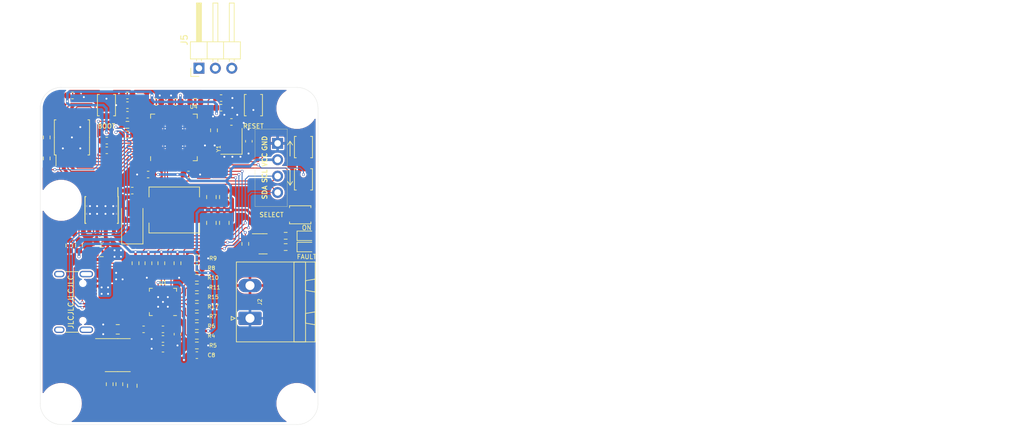
<source format=kicad_pcb>
(kicad_pcb (version 20221018) (generator pcbnew)
  (layers (0 "F.Cu" signal) (31 "B.Cu" signal) (34 "B.Paste" user) (35 "F.Paste" user) (36 "B.SilkS" user "B.Silkscreen") (37 "F.SilkS" user "F.Silkscreen") (38 "B.Mask" user) (39 "F.Mask" user) (44 "Edge.Cuts" user))
  (net 0 "")
  (net 1 "+1V8")
  (net 2 "GND")
  (net 3 "+3.3V")
  (net 4 "VBUS")
  (net 5 "Net-(C7-Pad2)")
  (net 6 "Net-(J2-Pin_2)")
  (net 7 "Net-(D1-K)")
  (net 8 "Net-(J1-CC1)")
  (net 10 "Net-(J1-CC2)")
  (net 11 "+1V1")
  (net 12 "Net-(U4-XIN)")
  (net 15 "/FAULT")
  (net 16 "Net-(Q2A-S)")
  (net 17 "Net-(Q2A-G-Pad2)")
  (net 18 "+3V3")
  (net 19 "/FLIP")
  (net 20 "Net-(U1-VBUS_MIN)")
  (net 21 "Net-(U1-VBUS_MAX)")
  (net 22 "Net-(U1-ISNK_FINE)")
  (net 23 "Net-(U1-ISNK_COARSE)")
  (net 24 "/INT")
  (net 25 "/SDA")
  (net 26 "/SCL")
  (net 27 "Net-(U1-SAFE_PWR_EN)")
  (net 28 "/PD_SAFE")
  (net 29 "Net-(U1-VBUS_FET_EN)")
  (net 30 "/GPIO")
  (net 35 "Net-(U2-BOOT)")
  (net 36 "Net-(D2-K)")
  (net 37 "Net-(U2-VSENSE)")
  (net 41 "Net-(Q1-D)")
  (net 42 "Net-(D3-K)")
  (net 43 "Net-(C30-Pad1)")
  (net 44 "/MCU/NRST")
  (net 45 "/MCU/BOOT")
  (net 46 "/MCU/SWDIO")
  (net 47 "/MCU/SWCLK")
  (net 48 "/D_P")
  (net 49 "/D_N")
  (net 50 "Net-(U4-USB_DP)")
  (net 51 "Net-(U4-USB_DM)")
  (net 52 "Net-(U4-XOUT)")
  (net 53 "/MCU/GPIO16")
  (net 54 "/MCU/QSPI_SS")
  (net 55 "/MCU/GPIO0{slash}UART0_TX")
  (net 56 "/MCU/GPIO1{slash}UART0_RX")
  (net 57 "/MCU/GPIO4")
  (net 58 "/MCU/GPIO5")
  (net 59 "/MCU/GPIO6")
  (net 60 "/MCU/GPIO7")
  (net 61 "/MCU/GPIO8")
  (net 62 "/MCU/GPIO12")
  (net 63 "/MCU/GPIO13")
  (net 64 "/MCU/GPIO14")
  (net 65 "/MCU/GPIO15")
  (net 66 "/MCU/GPIO17")
  (net 67 "/MCU/GPIO18")
  (net 68 "/MCU/GPIO19")
  (net 69 "/MCU/GPIO20")
  (net 70 "/MCU/GPIO21")
  (net 71 "/MCU/GPIO22")
  (net 72 "/MCU/GPIO23")
  (net 73 "/MCU/GPIO24")
  (net 74 "/MCU/GPIO25")
  (net 75 "/MCU/ADC0")
  (net 76 "/MCU/ADC1")
  (net 77 "/MCU/ADC2")
  (net 78 "/MCU/ADC3")
  (net 79 "/MCU/QSPI_SD3")
  (net 80 "/MCU/QSPI_SCLK")
  (net 81 "/MCU/QSPI_SD0")
  (net 82 "/MCU/QSPI_SD2")
  (net 83 "/MCU/QSPI_SD1")
  (footprint "Resistor_SMD:R_0603_1608Metric" (layer "F.Cu") (at 44.5 22.55 180)
    (fp_text reference "R23" hide)
    (fp_text value "27")
  )
  (footprint "Capacitor_SMD:C_0805_2012Metric" (layer "F.Cu") (at 59.5 33.75 90)
    (fp_text reference "C15" hide)
    (fp_text value "47u")
  )
  (footprint "Resistor_SMD:R_0603_1608Metric" (layer "F.Cu") (at 62.75 41 -90)
    (fp_text reference "R1" hide)
    (fp_text value "10k")
  )
  (footprint "Capacitor_SMD:C_0603_1608Metric" (layer "F.Cu") (at 50 55.75 180)
    (fp_text reference "C3" hide)
    (fp_text value "100n")
  )
  (footprint "Capacitor_SMD:C_0603_1608Metric" (layer "F.Cu") (at 48.95 19)
    (fp_text reference "C20" hide)
    (fp_text value "100n")
  )
  (footprint "Capacitor_SMD:C_0603_1608Metric" (layer "F.Cu") (at 36 18)
    (fp_text reference "C28" hide)
    (fp_text value "100n")
  )
  (footprint "Resistor_SMD:R_0603_1608Metric" (layer "F.Cu") (at 55.25 56.75)
    (fp_text reference "R5")
    (fp_text value "5k1")
  )
  (footprint "MountingHole:MountingHole_3.2mm_M3" (layer "F.Cu") (at 34.25 65.75)
    (fp_text reference "REF**" hide)
    (fp_text value "MountingHole_3.2mm_M3")
  )
  (footprint "Capacitor_SMD:C_0805_2012Metric" (layer "F.Cu") (at 43 54.25 180)
    (fp_text reference "C5" hide)
    (fp_text value "47u")
  )
  (footprint "Capacitor_SMD:C_0603_1608Metric" (layer "F.Cu") (at 55.25 58.25)
    (fp_text reference "C8")
    (fp_text value "100n")
  )
  (footprint "Button_Switch_SMD:SW_SPST_B3U-1000P" (layer "F.Cu") (at 64 19.5 90)
    (fp_text reference "SW_RESET1" hide)
    (fp_text value "SW_Push")
  )
  (footprint "Capacitor_SMD:C_0603_1608Metric" (layer "F.Cu") (at 63.3 25.1 -90)
    (fp_text reference "C29" hide)
    (fp_text value "20pF")
  )
  (footprint "Resistor_SMD:R_0603_1608Metric" (layer "F.Cu") (at 55.25 55.25 180)
    (fp_text reference "R4")
    (fp_text value "1k2")
  )
  (footprint "Connector_PinHeader_2.54mm:PinHeader_1x03_P2.54mm_Horizontal" (layer "F.Cu") (at 55.575 13.775 90)
    (fp_text reference "J5")
    (fp_text value "Conn_01x03")
  )
  (footprint "Capacitor_SMD:C_0603_1608Metric" (layer "F.Cu") (at 59 19.9)
    (fp_text reference "C26" hide)
    (fp_text value "100n")
  )
  (footprint "Package_TO_SOT_SMD:SOT-23" (layer "F.Cu") (at 65.5 41)
    (fp_text reference "Q1" hide)
    (fp_text value "AO3400A")
  )
  (footprint "Capacitor_SMD:C_0603_1608Metric" (layer "F.Cu") (at 50 54.25 180)
    (fp_text reference "C4" hide)
    (fp_text value "100n")
  )
  (footprint "Capacitor_SMD:C_0603_1608Metric" (layer "F.Cu") (at 53.95 30.25)
    (fp_text reference "C25" hide)
    (fp_text value "100n")
  )
  (footprint "Connector_Phoenix_MSTB:PhoenixContact_MSTBA_2,5_2-G-5,08_1x02_P5.08mm_Horizontal" (layer "F.Cu") (at 63.4725 52.54 90)
    (fp_text reference "J2")
    (fp_text value "Conn_01x02")
  )
  (footprint "Resistor_SMD:R_0603_1608Metric" (layer "F.Cu") (at 44.5 24.05 180)
    (fp_text reference "R22" hide)
    (fp_text value "27")
  )
  (footprint "Capacitor_SMD:C_0603_1608Metric" (layer "F.Cu") (at 47 54.25)
    (fp_text reference "C6" hide)
    (fp_text value "100n")
  )
  (footprint "Crystal:Crystal_SMD_3225-4Pin_3.2x2.5mm" (layer "F.Cu") (at 60.6 25.1 90)
    (fp_text reference "Y1")
    (fp_text value "12MHz")
  )
  (footprint "Capacitor_SMD:C_0603_1608Metric" (layer "F.Cu") (at 51.95 19 180)
    (fp_text reference "C19" hide)
    (fp_text value "2u2")
  )
  (footprint "Resistor_SMD:R_0603_1608Metric" (layer "F.Cu") (at 55.25 43.25)
    (fp_text reference "R9")
    (fp_text value "5k1")
  )
  (footprint "Button_Switch_SMD:SW_SPST_B3U-1000P" (layer "F.Cu") (at 71.75 31 -90)
    (fp_text reference "SW2" hide)
    (fp_text value "SW_Push")
  )
  (footprint "Resistor_SMD:R_0603_1608Metric" (layer "F.Cu") (at 45.75 44 -90)
    (fp_text reference "R14" hide)
    (fp_text value "2k2")
  )
  (footprint "Resistor_SMD:R_0603_1608Metric" (layer "F.Cu") (at 32 27.75 90)
    (fp_text reference "R34" hide)
    (fp_text value "1k")
  )
  (footprint "Resistor_SMD:R_0603_1608Metric" (layer "F.Cu") (at 49.75 44 -90)
    (fp_text reference "R3" hide)
    (fp_text value "2k2")
  )
  (footprint "Resistor_SMD:R_0603_1608Metric" (layer "F.Cu") (at 41.75 62.75 -90)
    (fp_text reference "R16" hide)
    (fp_text value "2k2")
  )
  (footprint "Resistor_SMD:R_0603_1608Metric" (layer "F.Cu") (at 52.25 44 -90)
    (fp_text reference "R12" hide)
    (fp_text value "2k2")
  )
  (footprint "Package_SO:TI_SO-PowerPAD-8_ThermalVias" (layer "F.Cu") (at 40.5 35.75 -90)
    (fp_text reference "U2" hide)
    (fp_text value "TPS5430DDA")
  )
  (footprint "Capacitor_SMD:C_0805_2012Metric" (layer "F.Cu") (at 40.5 42.25 180)
    (fp_text reference "C11" hide)
    (fp_text value "47u")
  )
  (footprint "Resistor_SMD:R_0603_1608Metric" (layer "F.Cu") (at 69 41.5 180)
    (fp_text reference "R2" hide)
    (fp_text value "1k2")
  )
  (footprint "Package_SO:SO-8_3.9x4.9mm_P1.27mm" (layer "F.Cu") (at 43 58.25)
    (fp_text reference "Q2" hide)
    (fp_text value "DMP3098LSD")
  )
  (footprint "Resistor_SMD:R_0603_1608Metric" (layer "F.Cu") (at 32 24.5 -90)
    (fp_text reference "R33" hide)
    (fp_text value "47k")
  )
  (footprint "Resistor_SMD:R_0603_1608Metric" (layer "F.Cu") (at 55.25 53.75 180)
    (fp_text reference "R6")
    (fp_text value "5k1")
  )
  (footprint "Resistor_SMD:R_0603_1608Metric" (layer "F.Cu") (at 55.25 49.25)
    (fp_text reference "R15")
    (fp_text value "2k2")
  )
  (footprint "Resistor_SMD:R_0603_1608Metric" (layer "F.Cu") (at 37 41.25 90)
    (fp_text reference "R19" hide)
    (fp_text value "10k")
  )
  (footprint "LED_SMD:LED_0603_1608Metric" (layer "F.Cu") (at 72.25 39.75)
    (fp_text reference "D3" hide)
    (fp_text value "green")
  )
  (footprint "Resistor_SMD:R_0603_1608Metric" (layer "F.Cu") (at 55 19)
    (fp_text reference "R31" hide)
    (fp_text value "47k")
  )
  (footprint "Capacitor_SMD:C_0603_1608Metric" (layer "F.Cu") (at 50 57.25 180)
    (fp_text reference "C2" hide)
    (fp_text value "1u")
  )
  (footprint "Button_Switch_SMD:SW_SPST_B3U-1000P" (layer "F.Cu") (at 71.25 36.5)
    (fp_text reference "SW3" hide)
    (fp_text value "SW_Push")
  )
  (footprint "Capacitor_SMD:C_0603_1608Metric" (layer "F.Cu") (at 59 18.4 180)
    (fp_text reference "C17" hide)
    (fp_text value "100n")
  )
  (footprint "Resistor_SMD:R_0603_1608Metric" (layer "F.Cu") (at 55.25 46.25 180)
    (fp_text reference "R10")
    (fp_text value "5k1")
  )
  (footprint "MountingHole:MountingHole_3.2mm_M3" (layer "F.Cu") (at 70.75 20)
    (fp_text reference "REF**" hide)
    (fp_text value "MountingHole_3.2mm_M3")
  )
  (footprint "MountingHole:MountingHole_3.2mm_M3" (layer "F.Cu") (at 34.25 34.25)
    (fp_text reference "REF**" hide)
    (fp_text value "MountingHole_3.2mm_M3")
  )
  (footprint "Capacitor_SMD:C_0603_1608Metric" (layer "F.Cu") (at 44.5 18 180)
    (fp_text reference "C23" hide)
    (fp_text value "100n")
  )
  (footprint "Capacitor_SMD:C_0603_1608Metric" (layer "F.Cu") (at 52.25 55 -90)
    (fp_text reference "C1" hide)
    (fp_text value "1u")
  )
  (footprint "Button_Switch_SMD:SW_SPST_B3U-1000P" (layer "F.Cu") (at 71.75 26 90)
    (fp_text reference "SW1" hide)
    (fp_text value "SW_Push")
  )
  (footprint "Capacitor_SMD:C_0805_2012Metric" (layer "F.Cu") (at 57.5 33.75 90)
    (fp_text reference "C14" hide)
    (fp_text value "47u")
  )
  (footprint "Resistor_SMD:R_0603_1608Metric" (layer "F.Cu") (at 55.25 52.25)
    (fp_text reference "R7")
    (fp_text value "5k1")
  )
  (footprint "Resistor_SMD:R_0603_1608Metric" (layer "F.Cu") (at 47.75 44 -90)
    (fp_text reference "R13" hide)
    (fp_text value "2k2")
  )
  (footprint "Resistor_SMD:R_0603_1608Metric" (layer "F.Cu") (at 43.25 62.75 -90)
    (fp_text reference "R18" hide)
    (fp_text value "2k2")
  )
  (footprint "Capacitor_SMD:C_0603_1608Metric" (layer "F.Cu") (at 44.5 21)
    (fp_text reference "C18" hide)
    (fp_text value "2u2")
  )
  (footprint "Diode_SMD:D_SMA" (layer "F.Cu") (at 45.25 37.5 90)
    (fp_text reference "D2" hide)
    (fp_text value "B340A")
  )
  (footprint "PCM_marbastlib-various:USB_C_Receptacle_HRO_TYPE-C-31-M-12" (layer "F.Cu") (at 35 50 -90)
    (fp_text reference "J1" hide)
    (fp_text value "USB_C_Receptacle_USB2.0")
  )
  (footprint "Capacitor_SMD:C_0603_1608Metric" (layer "F.Cu") (at 60.6 22.1)
    (fp_text reference "C30" hide)
    (fp_text value "20pF")
  )
  (footprint "Resistor_SMD:R_0603_1608Metric" (layer "F.Cu") (at 57.9 23.4 -90)
    (fp_text reference "R29" hide)
    (fp_text value "1k")
  )
  (footprint "Capacitor_SMD:C_0603_1608Metric" (layer "F.Cu") (at 41.3 26.5)
    (fp_text reference "C16" hide)
    (fp_text value "100n")
  )
  (footprint "Inductor_SMD:L_Chilisin_BMRB00060650" (layer "F.Cu") (at 51.75 35.75)
    (fp_text reference "L1" hide)
    (fp_text value "15u")
  )
  (footprint "Button_Switch_SMD:SW_SPST_B3U-1000P" (layer "F.Cu") (at 41.25 19.5 -90)
    (fp_text reference "SW_BOOT1" hide)
    (fp_text value "SW_Push")
  )
  (footprint "Capacitor_SMD:C_0805_2012Metric" (layer "F.Cu") (at 59.5 37.75 -90)
    (fp_text reference "C13" hide)
    (fp_text value "47u")
  )
  (footprint "Capacitor_SMD:C_0805_2012Metric" (layer "F.Cu") (at 57.5 37.75 -90)
    (fp_text reference "C10" hide)
    (fp_text value "47u")
  )
  (footprint "Capacitor_SMD:C_0603_1608Metric" (layer "F.Cu") (at 45.25 32.75)
    (fp_text reference "C9" hide)
    (fp_text value "10n")
  )
  (footprint "Resistor_SMD:R_0603_1608Metric" (layer "F.Cu") (at 69 39.75 180)
    (fp_text reference "R21" hide)
    (fp_text value "1k2")
  )
  (footprint "MountingHole:MountingHole_3.2mm_M3" (layer "F.Cu") (at 70.75 65.75)
    (fp_text reference "REF**" hide)
    (fp_text value "MountingHole_3.2mm_M3")
  )
  (footprint "Resistor_SMD:R_0603_1608Metric" (layer "F.Cu") (at 55.25 50.75 180)
    (fp_text reference "R17")
    (fp_text value "2k2")
  )
  (footprint "Package_SO:SOIC-8_5.23x5.23mm_P1.27mm" (layer "F.Cu") (at 35.905 24.5 90)
    (fp_text reference "U5" hide)
    (fp_text value "W25Q128JVS")
  )
  (footprint "Resistor_SMD:R_0603_1608Metric" (layer "F.Cu") (at 35.500001 41.25 -90)
    (fp_text reference "R20" hide)
    (fp_text value "5k6")
  )
  (footprint "Capacitor_SMD:C_0603_1608Metric" (layer "F.Cu") (at 44.5 19.5 180)
    (fp_text reference "C22" hide)
    (fp_text value "100n")
  )
  (footprint "Capacitor_SMD:C_0603_1608Metric" (layer "F.Cu") (at 41.3 25 180)
    (fp_text reference "C21" hide)
    (fp_text value "100n")
  )
  (footprint "Capacitor_SMD:C_0805_2012Metric" (layer "F.Cu") (at 45.25 63 -90)
    (fp_text reference "C7" hide)
    (fp_text value "47u")
  )
  (footprint "Package_DFN_QFN:VQFN-24-1EP_4x4mm_P0.5mm_EP2.5x2.5mm" (layer "F.Cu") (at 50 50 180)
    (fp_text reference "U1")
    (fp_text value "CYPD3177")
  )
  (footprint "LED_SMD:LED_0603_1608Metric" (layer "F.Cu") (at 72.25 41.5)
    (fp_text reference "D1" hide)
    (fp_text value "red")
  )
  (footprint "Resistor_SMD:R_0603_1608Metric" (layer "F.Cu") (at 55.25 44.75 180)
    (fp_text reference "R8")
    (fp_text value "1k2")
  )
  (footprint "Capacitor_SMD:C_0603_1608Metric" (layer "F.Cu") (at 47.7 30.25 180)
    (fp_text reference "C24" hide)
    (fp_text value "100n")
  )
  (footprint "Package_DFN_QFN:QFN-56-1EP_7x7mm_P0.4mm_EP3.2x3.2mm_ThermalVias" (layer "F.Cu") (at 51.7 24.5 90)
    (fp_text reference "U4")
    (fp_text value "RP2040")
  )
  (footprint "Resistor_SMD:R_0603_1608Metric" (layer "F.Cu") (at 55.25 47.75)
    (fp_text reference "R11")
    (fp_text value "5k1")
  )
  (footprint "Capacitor_SMD:C_0603_1608Metric" (layer "F.Cu") (at 40.5 40.5 180)
    (fp_text reference "C12" hide)
    (fp_text value "100n")
  )
  (footprint "KiCad-SSD1306-0.91-OLED-4pin-128x32.pretty-master:SSD1306-0.91-OLED-4pin-128x32" (layer "F.Cu") (at 31.25 23.23)
    (fp_text reference "J4" hide)
    (fp_text value "Conn_01x04")
  )
  (gr_arc (start 70.75 16.75) (mid 73.054886 17.704715) (end 74.009601 20.009601) (stroke (width 0.0381)) (layer "Edge.Cuts"))
  (gr_line (start 74.009601 20.009601) (end 74 65.75) (stroke (width 0.0381)) (layer "Edge.Cuts"))
  (gr_arc (start 31 20) (mid 31.954715 17.695114) (end 34.259601 16.740399) (stroke (width 0.0381)) (layer "Edge.Cuts"))
  (gr_arc (start 74.009601 65.75) (mid 73.054886 68.054886) (end 70.75 69.009601) (stroke (width 0.0381)) (layer "Edge.Cuts"))
  (gr_line (start 70.75 69) (end 34.25 69) (stroke (width 0.0381)) (layer "Edge.Cuts"))
  (gr_line (start 31 50) (end 31 20) (stroke (width 0.0381)) (layer "Edge.Cuts"))
  (gr_line (start 34.25 16.75) (end 70.75 16.75) (stroke (width 0.0381)) (layer "Edge.Cuts"))
  (gr_line (start 31 65.75) (end 31 50) (stroke (width 0.0381)) (layer "Edge.Cuts"))
  (gr_arc (start 34.25 69) (mid 31.945114 68.045285) (end 30.990399 65.740399) (stroke (width 0.0381)) (layer "Edge.Cuts"))
  (gr_text "ON" (at 72.25 38.5) (layer "F.SilkS") (effects (font (size 0.7 0.7) (thickness 0.11))))
  (gr_text "↑" (at 71 31 180) (layer "F.SilkS") (effects (font (size 3 2) (thickness 0.12) bold) (justify left)))
  (gr_text "BOOT" (at 41.25 22.75) (layer "F.SilkS") (effects (font (size 0.7 0.7) (thickness 0.12) bold)))
  (gr_text "FAULT" (at 72.25 43) (layer "F.SilkS") (effects (font (size 0.7 0.7) (thickness 0.11))))
  (gr_text "RESET" (at 64 22.75) (layer "F.SilkS") (effects (font (size 0.7 0.7) (thickness 0.12) bold)))
  (gr_text "SELECT" (at 68.75 36.5) (layer "F.SilkS") (effects (font (size 0.7 0.7) (thickness 0.12) bold) (justify right)))
  (gr_text "JLCJLCJLCJLC" (at 35.75 50 90) (layer "F.SilkS") (effects (font (size 0.8128 0.8128) (thickness 0.13))))
  (gr_text "↑" (at 71 26) (layer "F.SilkS") (effects (font (size 3 2) (thickness 0.12) bold) (justify right)))
  (segment (start 51.25 52.75) (end 51.5 53) (width 0.1508) (layer "F.Cu") (net 1))
  (segment (start 51.5 53) (end 52 53) (width 0.1508) (layer "F.Cu") (net 1))
  (segment (start 52.25 53.25) (end 52.25 54.225) (width 0.1508) (layer "F.Cu") (net 1))
  (segment (start 52 53) (end 52.25 53.25) (width 0.1508) (layer "F.Cu") (net 1))
  (segment (start 51.25 51.9375) (end 51.25 52.75) (width 0.1508) (layer "F.Cu") (net 1))
  (segment (start 43.725 19.5) (end 43.725 18) (width 0.1508) (layer "F.Cu") (net 2))
  (segment (start 49.725 18.225) (end 49.5 18) (width 0.1508) (layer "F.Cu") (net 2))
  (segment (start 39.865 36.415) (end 39.8 36.35) (width 0.4) (layer "F.Cu") (net 2))
  (segment (start 50.25 51.9375) (end 50.25 53) (width 0.1508) (layer "F.Cu") (net 2))
  (segment (start 49.725 19) (end 49.725 18.225) (width 0.1508) (layer "F.Cu") (net 2))
  (segment (start 57.5 38.7) (end 59.5 38.7) (width 0.4) (layer "F.Cu") (net 2))
  (segment (start 49.225 54.25) (end 49.225 55.75) (width 0.1508) (layer "F.Cu") (net 2))
  (segment (start 49.225 53.525) (end 49.225 54.25) (width 0.1508) (layer "F.Cu") (net 2))
  (segment (start 59.775 18.4) (end 60.75 18.4) (width 0.1508) (layer "F.Cu") (net 2))
  (segment (start 41.25 17.8) (end 41.25 18.5) (width 0.1508) (layer "F.Cu") (net 2))
  (segment (start 47.775 53.225) (end 47.775 54.25) (width 0.1508) (layer "F.Cu") (net 2))
  (segment (start 39.865 38.45) (end 39.865 36.415) (width 0.4) (layer "F.Cu") (net 2))
  (segment (start 48.5 53) (end 48 53) (width 0.1508) (layer "F.Cu") (net 2))
  (segment (start 48.75 51.9375) (end 48.75 52.75) (width 0.1508) (layer "F.Cu") (net 2))
  (segment (start 56.075 52.25) (end 57 52.25) (width 0.4) (layer "F.Cu") (net 2))
  (segment (start 49.225 55.75) (end 48.25 55.75) (width 0.1508) (layer "F.Cu") (net 2))
  (segment (start 57.5 32.8) (end 59.5 32.8) (width 0.4) (layer "F.Cu") (net 2))
  (segment (start 46.925 30.25) (end 46 30.25) (width 0.1508) (layer "F.Cu") (net 2))
  (segment (start 48 53) (end 47.775 53.225) (width 0.1508) (layer "F.Cu") (net 2))
  (segment (start 56.075 47.75) (end 57 47.75) (width 0.4) (layer "F.Cu") (net 2))
  (segment (start 56.075 43.25) (end 57 43.25) (width 0.4) (layer "F.Cu") (net 2))
  (segment (start 49.225 54.25) (end 47.775 54.25) (width 0.1508) (layer "F.Cu") (net 2))
  (segment (start 64 21.2) (end 64 20.25) (width 0.1508) (layer "F.Cu") (net 2))
  (segment (start 50.25 53) (end 50 53.25) (width 0.1508) (layer "F.Cu") (net 2))
  (segment (start 50 53.25) (end 49.5 53.25) (width 0.1508) (layer "F.Cu") (net 2))
  (segment (start 43.725 19.5) (end 42.75 19.5) (width 0.1508) (layer "F.Cu") (net 2))
  (segment (start 52.25 55.775) (end 52.25 56.75) (width 0.1508) (layer "F.Cu") (net 2))
  (segment (start 59.775 19.9) (end 60.75 19.9) (width 0.1508) (layer "F.Cu") (net 2))
  (segment (start 56.075 56.75) (end 57 56.75) (width 0.4) (layer "F.Cu") (net 2))
  (segment (start 51.175 19) (end 51.175 18.075) (width 0.1508) (layer "F.Cu") (net 2))
  (segment (start 49.225 57.25) (end 48.25 57.25) (width 0.1508) (layer "F.Cu") (net 2))
  (segment (start 49.5 53.25) (end 49.225 53.525) (width 0.1508) (layer "F.Cu") (net 2))
  (segment (start 48.75 52.75) (end 48.5 53) (width 0.1508) (layer "F.Cu") (net 2))
  (segment (start 51.175 18.075) (end 51.25 18) (width 0.1508) (layer "F.Cu") (net 2))
  (segment (start 43.725 21) (end 43.725 19.5) (width 0.1508) (layer "F.Cu") (net 2))
  (via (at 48.25 57.25) (size 0.45) (drill 0.3) (layers "F.Cu" "B.Cu") (net 2))
  (via (at 61.5 21) (size 0.45) (drill 0.3) (layers "F.Cu" "B.Cu") (net 2))
  (via (at 49.5 18) (size 0.45) (drill 0.3) (layers "F.Cu" "B.Cu") (net 2))
  (via (at 40.75 55) (size 0.45) (drill 0.3) (layers "F.Cu" "B.Cu") (net 2))
  (via (at 57 43.25) (size 0.45) (drill 0.3) (layers "F.Cu" "B.Cu") (net 2))
  (via (at 62.5 22.25) (size 0.45) (drill 0.3) (layers "F.Cu" "B.Cu") (net 2))
  (via (at 57.75 21.25) (size 0.45) (drill 0.3) (layers "F.Cu" "B.Cu") (net 2))
  (via (at 57 47.75) (size 0.45) (drill 0.3) (layers "F.Cu" "B.Cu") (net 2))
  (via (at 55.75 30.25) (size 0.45) (drill 0.3) (layers "F.Cu" "B.Cu") (net 2))
  (via (at 49.25 50.75) (size 0.45) (drill 0.3) (layers "F.Cu" "B.Cu") (net 2))
  (via (at 59.5 21) (size 0.45) (drill 0.3) (layers "F.Cu" "B.Cu") (net 2))
  (via (at 42.75 46.5) (size 0.45) (drill 0.3) (layers "F.Cu" "B.Cu") (net 2))
  (via (at 50.75 49.25) (size 0.45) (drill 0.3) (layers "F.Cu" "B.Cu") (net 2))
  (via (at 57 56.75) (size 0.45) (drill 0.3) (layers "F.Cu" "B.Cu") (net 2))
  (via (at 40.75 53.5) (size 0.45) (drill 0.3) (layers "F.Cu" "B.Cu") (net 2))
  (via (at 64 20.25) (size 0.45) (drill 0.3) (layers "F.Cu" "B.Cu") (net 2))
  (via (at 43.75 46.5) (size 0.45) (drill 0.3) (layers "F.Cu" "B.Cu") (net 2))
  (via (at 60.75 19.9) (size 0.45) (drill 0.3) (layers "F.Cu" "B.Cu") (net 2))
  (via (at 49.25 49.25) (size 0.45) (drill 0.3) (layers "F.Cu" "B.Cu") (net 2))
  (via (at 59.5 27.5) (size 0.45) (drill 0.3) (layers "F.Cu" "B.Cu") (net 2))
  (via (at 56.5 25.75) (size 0.45) (drill 0.3) (layers "F.Cu" "B.Cu") (net 2))
  (via (at 34.5 26.2) (size 0.45) (drill 0.3) (layers "F.Cu" "B.Cu") (net 2))
  (via (at 58 25.75) (size 0.45) (drill 0.3) (layers "F.Cu" "B.Cu") (net 2))
  (via (at 37.2 22.9) (size 0.45) (drill 0.3) (layers "F.Cu" "B.Cu") (net 2))
  (via (at 57 52.25) (size 0.45) (drill 0.3) (layers "F.Cu" "B.Cu") (net 2))
  (via (at 60.75 18.4) (size 0.45) (drill 0.3) (layers "F.Cu" "B.Cu") (net 2))
  (via (at 48.25 55.75) (size 0.45) (drill 0.3) (layers "F.Cu" "B.Cu") (net 2))
  (via (at 37.75 18.25) (size 0.45) (drill 0.3) (layers "F.Cu" "B.Cu") (net 2))
  (via (at 63.25 23.25) (size 0.45) (drill 0.3) (layers "F.Cu" "B.Cu") (net 2))
  (via (at 42.75 19.5) (size 0.45) (drill 0.3) (layers "F.Cu" "B.Cu") (net 2))
  (via (at 63.25 27) (size 0.45) (drill 0.3) (layers "F.Cu" "B.Cu") (net 2))
  (via (at 60.75 27.5) (size 0.45) (drill 0.3) (layers "F.Cu" "B.Cu") (net 2))
  (via (at 62 27.5) (size 0.45) (drill 0.3) (layers "F.Cu" "B.Cu") (net 2))
  (via (at 35.9 24.5) (size 0.45) (drill 0.3) (layers "F.Cu" "B.Cu") (net 2))
  (via (at 52.5 46.25) (size 0.45) (drill 0.3) (layers "F.Cu" "B.Cu") (net 2))
  (via (at 47.5 46.25) (size 0.45) (drill 0.3) (layers "F.Cu" "B.Cu") (net 2))
  (via (at 42.75 45.5) (size 0.45) (drill 0.3) (layers "F.Cu" "B.Cu") (net 2))
  (via (at 41.25 18.5) (size 0.45) (drill 0.3) (layers "F.Cu" "B.Cu") (net 2))
  (via (at 51.25 18) (size 0.45) (drill 0.3) (layers "F.Cu" "B.Cu") (net 2))
  (via (at 52.25 56.75) (size 0.45) (drill 0.3) (layers "F.Cu" "B.Cu") (net 2))
  (via (at 37.2 26.2) (size 0.45) (drill 0.3) (layers "F.Cu" "B.Cu") (net 2))
  (via (at 50.75 50.75) (size 0.45) (drill 0.3) (layers "F.Cu" "B.Cu") (net 2))
  (via (at 50 50) (size 0.45) (drill 0.3) (layers "F.Cu" "B.Cu") (net 2))
  (via (at 46 30.25) (size 0.45) (drill 0.3) (layers "F.Cu" "B.Cu") (net 2))
  (segment (start 50.75 51.9375) (end 50.75 54.225) (width 0.1508) (layer "F.Cu") (net 3))
  (segment (start 50.75 54.225) (end 50.775 54.25) (width 0.1508) (layer "F.Cu") (net 3))
  (segment (start 50.775 55.75) (end 50.775 54.25) (width 0.1508) (layer "F.Cu") (net 3))
  (segment (start 50.775 57.25) (end 50.775 55.75) (width 0.1508) (layer "F.Cu") (net 3))
  (segment (start 43.375 62.05) (end 43.25 61.925) (width 0.4) (layer "F.Cu") (net 4))
  (segment (start 41.135 40.36) (end 41.275 40.5) (width 0.6) (layer "F.Cu") (net 4))
  (segment (start 43.655 56.345) (end 45.575 56.345) (width 0.4) (layer "F.Cu") (net 4))
  (segment (start 43.25 56.75) (end 43.655 56.345) (width 0.4) (layer "F.Cu") (net 4))
  (segment (start 43.25 60.25) (end 43.25 56.75) (width 0.4) (layer "F.Cu") (net 4))
  (segment (start 43.25 61.925) (end 43.25 60.25) (width 0.4) (layer "F.Cu") (net 4))
  (segment (start 45.25 62.05) (end 43.375 62.05) (width 0.4) (layer "F.Cu") (net 4))
  (segment (start 41.135 38.45) (end 41.135 40.36) (width 0.6) (layer "F.Cu") (net 4))
  (via (at 42.5 43) (size 0.45) (drill 0.3) (layers "F.Cu" "B.Cu") (net 4))
  (via (at 40.5 48.75) (size 0.45) (drill 0.3) (layers "F.Cu" "B.Cu") (net 4))
  (via (at 43.5 42) (size 0.45) (drill 0.3) (layers "F.Cu" "B.Cu") (net 4))
  (via (at 42.5 42) (size 0.45) (drill 0.3) (layers "F.Cu" "B.Cu") (net 4))
  (via (at 41.5 47.75) (size 0.45) (drill 0.3) (layers "F.Cu" "B.Cu") (net 4))
  (via (at 43.5 43) (size 0.45) (drill 0.3) (layers "F.Cu" "B.Cu") (net 4))
  (via (at 41.5 48.75) (size 0.45) (drill 0.3) (layers "F.Cu" "B.Cu") (net 4))
  (via (at 40.5 47.75) (size 0.45) (drill 0.3) (layers "F.Cu" "B.Cu") (net 4))
  (segment (start 56.025 58.25) (end 59 58.25) (width 0.6) (layer "F.Cu") (net 5))
  (segment (start 59.75 46.75) (end 61.75 44.75) (width 0.6) (layer "F.Cu") (net 5))
  (segment (start 59 58.25) (end 59.75 57.5) (width 0.6) (layer "F.Cu") (net 5))
  (segment (start 45.7 63.5) (end 45.25 63.95) (width 0.6) (layer "F.Cu") (net 5))
  (segment (start 42.5 63.575) (end 43.25 63.575) (width 0.4) (layer "F.Cu") (net 5))
  (segment (start 41.75 63.575) (end 42.5 63.575) (width 0.4) (layer "F.Cu") (net 5))
  (segment (start 66 44.75) (end 68 46.75) (width 0.6) (layer "F.Cu") (net 5))
  (segment (start 44.075 63.575) (end 44.45 63.95) (width 0.4) (layer "F.Cu") (net 5))
  (segment (start 56.075 50.75) (end 59.75 50.75) (width 0.6) (layer "F.Cu") (net 5))
  (segment (start 59.75 50.75) (end 59.75 46.75) (width 0.6) (layer "F.Cu") (net 5))
  (segment (start 61.75 44.75) (end 66 44.75) (width 0.6) (layer "F.Cu") (net 5))
  (segment (start 68 46.75) (end 68 60.25) (width 0.6) (layer "F.Cu") (net 5))
  (segment (start 43.25 63.575) (end 44.075 63.575) (width 0.4) (layer "F.Cu") (net 5))
  (segment (start 44.45 63.95) (end 45.25 63.95) (width 0.4) (layer "F.Cu") (net 5))
  (segment (start 64.75 63.5) (end 45.7 63.5) (width 0.6) (layer "F.Cu") (net 5))
  (segment (start 68 60.25) (end 64.75 63.5) (width 0.6) (layer "F.Cu") (net 5))
  (segment (start 59.75 57.5) (end 59.75 50.75) (width 0.6) (layer "F.Cu") (net 5))
  (segment (start 49.25 48.0625) (end 49.25 47) (width 0.1508) (layer "F.Cu") (net 6))
  (via (at 49.25 47) (size 0.45) (drill 0.3) (layers "F.Cu" "B.Cu") (net 6))
  (via (at 53.25 59) (size 0.45) (drill 0.3) (layers "F.Cu" "B.Cu") (net 6))
  (segment (start 49.25 47) (end 52.5 47) (width 0.4) (layer "B.Cu") (net 6))
  (segment (start 53.25 47.75) (end 53.25 59) (width 0.4) (layer "B.Cu") (net 6))
  (segment (start 52.5 47) (end 53.25 47.75) (width 0.4) (layer "B.Cu") (net 6))
  (segment (start 69.825 41.5) (end 71.4625 41.5) (width 0.1508) (layer "F.Cu") (net 7))
  (segment (start 37.25 44.5) (end 36.75 45) (width 0.1508) (layer "F.Cu") (net 8))
  (segment (start 46 49) (end 46 47.5) (width 0.1508) (layer "F.Cu") (net 8))
  (segment (start 48.0625 49.75) (end 46.75 49.75) (width 0.1508) (layer "F.Cu") (net 8))
  (segment (start 43 44.5) (end 37.25 44.5) (width 0.1508) (layer "F.Cu") (net 8))
  (segment (start 46.75 49.75) (end 46 49) (width 0.1508) (layer "F.Cu") (net 8))
  (segment (start 36.75 45) (end 36.75 48) (width 0.1508) (layer "F.Cu") (net 8))
  (segment (start 46 47.5) (end 43 44.5) (width 0.1508) (layer "F.Cu") (net 8))
  (segment (start 36.75 48) (end 37.5 48.75) (width 0.1508) (layer "F.Cu") (net 8))
  (segment (start 37.5 48.75) (end 39.045 48.75) (width 0.1508) (layer "F.Cu") (net 8))
  (segment (start 47 49.25) (end 46.5 48.75) (width 0.1508) (layer "F.Cu") (net 10))
  (segment (start 37 44) (end 36.25 44.75) (width 0.1508) (layer "F.Cu") (net 10))
  (segment (start 48.0625 49.25) (end 47 49.25) (width 0.1508) (layer "F.Cu") (net 10))
  (segment (start 37.25 51.75) (end 39.045 51.75) (width 0.1508) (layer "F.Cu") (net 10))
  (segment (start 36.25 44.75) (end 36.25 50.75) (width 0.1508) (layer "F.Cu") (net 10))
  (segment (start 36.25 50.75) (end 37.25 51.75) (width 0.1508) (layer "F.Cu") (net 10))
  (segment (start 43.25 44) (end 37 44) (width 0.1508) (layer "F.Cu") (net 10))
  (segment (start 46.5 48.75) (end 46.5 47.25) (width 0.1508) (layer "F.Cu") (net 10))
  (segment (start 46.5 47.25) (end 43.25 44) (width 0.1508) (layer "F.Cu") (net 10))
  (segment (start 46.1 21) (end 45.275 21) (width 0.1508) (layer "F.Cu") (net 11))
  (segment (start 57 18.75) (end 57.35 18.4) (width 0.1508) (layer "F.Cu") (net 11))
  (segment (start 46.4 21.3) (end 46.1 21) (width 0.1508) (layer "F.Cu") (net 11))
  (segment (start 48.2625 22.7) (end 46.7 22.7) (width 0.1508) (layer "F.Cu") (net 11))
  (segment (start 49.3 24.5) (end 49.1 24.7) (width 0.1508) (layer "F.Cu") (net 11))
  (segment (start 48.2625 24.7) (end 46.7 24.7) (width 0.1508) (layer "F.Cu") (net 11))
  (segment (start 46.4 22.4) (end 46.4 21.3) (width 0.1508) (layer "F.Cu") (net 11))
  (segment (start 43.8 25.4) (end 42.7 26.5) (width 0.1508) (layer "F.Cu") (net 11))
  (segment (start 46.7 22.7) (end 46.4 22.4) (width 0.1508) (layer "F.Cu") (net 11))
  (segment (start 49.9 22.3) (end 49.3 22.9) (width 0.1508) (layer "F.Cu") (net 11))
  (segment (start 55.1375 23.9) (end 54.3 23.9) (width 0.1508) (layer "F.Cu") (net 11))
  (segment (start 54.3 23.9) (end 54.1 23.7) (width 0.1508) (layer "F.Cu") (net 11))
  (segment (start 46.7 24.7) (end 46 25.4) (width 0.1508) (layer "F.Cu") (net 11))
  (segment (start 57 19.5) (end 57 18.75) (width 0.1508) (layer "F.Cu") (net 11))
  (segment (start 55.1375 23.9) (end 56.2 23.9) (width 0.1508) (layer "F.Cu") (net 11))
  (segment (start 54.1 23.7) (end 54.1 22.5) (width 0.1508) (layer "F.Cu") (net 11))
  (segment (start 56.4 20.1) (end 57 19.5) (width 0.1508) (layer "F.Cu") (net 11))
  (segment (start 54.1 22.5) (end 53.9 22.3) (width 0.1508) (layer "F.Cu") (net 11))
  (segment (start 46 25.4) (end 43.8 25.4) (width 0.1508) (layer "F.Cu") (net 11))
  (segment (start 57.35 18.4) (end 58.225 18.4) (width 0.1508) (layer "F.Cu") (net 11))
  (segment (start 42.7 26.5) (end 42.075 26.5) (width 0.1508) (layer "F.Cu") (net 11))
  (segment (start 53.9 22.3) (end 49.9 22.3) (width 0.1508) (layer "F.Cu") (net 11))
  (segment (start 48.2625 22.7) (end 49.1 22.7) (width 0.1508) (layer "F.Cu") (net 11))
  (segment (start 49.1 22.7) (end 49.3 22.9) (width 0.1508) (layer "F.Cu") (net 11))
  (segment (start 56.2 23.9) (end 56.4 23.7) (width 0.1508) (layer "F.Cu") (net 11))
  (segment (start 56.4 23.7) (end 56.4 20.1) (width 0.1508) (layer "F.Cu") (net 11))
  (segment (start 49.1 24.7) (end 48.2625 24.7) (width 0.1508) (layer "F.Cu") (net 11))
  (segment (start 49.3 22.9) (end 49.3 24.5) (width 0.1508) (layer "F.Cu") (net 11))
  (segment (start 61.45 25.55) (end 61.45 26.2) (width 0.1508) (layer "F.Cu") (net 12))
  (segment (start 63.3 25.875) (end 62.975 26.2) (width 0.1508) (layer "F.Cu") (net 12))
  (segment (start 62.975 26.2) (end 61.45 26.2) (width 0.1508) (layer "F.Cu") (net 12))
  (segment (start 61 25.1) (end 61.45 25.55) (width 0.1508) (layer "F.Cu") (net 12))
  (segment (start 55.1375 25.1) (end 61 25.1) (width 0.1508) (layer "F.Cu") (net 12))
  (segment (start 64.5625 40.05) (end 62.875 40.05) (width 0.1508) (layer "F.Cu") (net 15))
  (segment (start 56.75 28.25) (end 54.6125 28.25) (width 0.1508) (layer "F.Cu") (net 15))
  (segment (start 62.25 29.75) (end 58.25 29.75) (width 0.1508) (layer "F.Cu") (net 15))
  (segment (start 54.6125 28.25) (end 54.3 27.9375) (width 0.1508) (layer "F.Cu") (net 15))
  (segment (start 58.25 29.75) (end 56.75 28.25) (width 0.1508) (layer "F.Cu") (net 15))
  (segment (start 62.75 40.175) (end 61.825 40.175) (width 0.1508) (layer "F.Cu") (net 15))
  (segment (start 62.875 40.05) (end 62.75 40.175) (width 0.1508) (layer "F.Cu") (net 15))
  (segment (start 51.25 42.25) (end 51.25 45.5) (width 0.1508) (layer "F.Cu") (net 15))
  (segment (start 62.75 40.175) (end 62.75 39.25) (width 0.1508) (layer "F.Cu") (net 15))
  (segment (start 61.825 40.175) (end 60.75 41.25) (width 0.1508) (layer "F.Cu") (net 15))
  (segment (start 60.75 41.25) (end 52.25 41.25) (width 0.1508) (layer "F.Cu") (net 15))
  (segment (start 51.25 45.5) (end 50.25 46.5) (width 0.1508) (layer "F.Cu") (net 15))
  (segment (start 50.25 46.5) (end 50.25 48.0625) (width 0.1508) (layer "F.Cu") (net 15))
  (segment (start 52.25 41.25) (end 51.25 42.25) (width 0.1508) (layer "F.Cu") (net 15))
  (via (at 62.25 29.75) (size 0.45) (drill 0.3) (layers "F.Cu" "B.Cu") (net 15))
  (via (at 62.75 39.25) (size 0.45) (drill 0.3) (layers "F.Cu" "B.Cu") (net 15))
  (segment (start 62.25 38.75) (end 62.75 39.25) (width 0.1508) (layer "B.Cu") (net 15))
  (segment (start 62.25 29.75) (end 62.25 38.75) (width 0.1508) (layer "B.Cu") (net 15))
  (segment (start 42 58.5) (end 42 56.75) (width 0.4) (layer "F.Cu") (net 16))
  (segment (start 40.425 58.885) (end 41.615 58.885) (width 0.4) (layer "F.Cu") (net 16))
  (segment (start 41.595 56.345) (end 40.425 56.345) (width 0.4) (layer "F.Cu") (net 16))
  (segment (start 41.615 58.885) (end 42 58.5) (width 0.4) (layer "F.Cu") (net 16))
  (segment (start 42 56.75) (end 41.595 56.345) (width 0.4) (layer "F.Cu") (net 16))
  (segment (start 41.75 61.925) (end 41.75 60.5) (width 0.4) (layer "F.Cu") (net 17))
  (segment (start 38.885 57.615) (end 38.5 58) (width 0.4) (layer "F.Cu") (net 17))
  (segment (start 38.905 60.155) (end 38.5 59.75) (width 0.4) (layer "F.Cu") (net 17))
  (segment (start 41.405 60.155) (end 40.425 60.155) (width 0.4) (layer "F.Cu") (net 17))
  (segment (start 41.75 60.5) (end 41.405 60.155) (width 0.4) (layer "F.Cu") (net 17))
  (segment (start 40.425 57.615) (end 38.885 57.615) (width 0.4) (layer "F.Cu") (net 17))
  (segment (start 38.5 58) (end 38.5 59.75) (width 0.4) (layer "F.Cu") (net 17))
  (segment (start 40.425 60.155) (end 38.905 60.155) (width 0.4) (layer "F.Cu") (net 17))
  (segment (start 46.5 24) (end 46.5 24.3) (width 0.1508) (layer "F.Cu") (net 18))
  (segment (start 45.75 43.25) (end 45.75 42.325) (width 0.4) (layer "F.Cu") (net 18))
  (segment (start 46.5 19.5) (end 45.275 19.5) (width 0.1508) (layer "F.Cu") (net 18))
  (segment (start 63 35.75) (end 60.5 35.75) (width 0.4) (layer "F.Cu") (net 18))
  (segment (start 46.6 23.9) (end 46.5 24) (width 0.1508) (layer "F.Cu") (net 18))
  (segment (start 48.475 30.25) (end 48.475 29.525) (width 0.1508) (layer "F.Cu") (net 18))
  (segment (start 55.1375 24.3) (end 56.4 24.3) (width 0.1508) (layer "F.Cu") (net 18))
  (segment (start 54.1 24.5) (end 54.1 26.5) (width 0.1508) (layer "F.Cu") (net 18))
  (segment (start 52.7 18) (end 52.7 18.975) (width 0.1508) (layer "F.Cu") (net 18))
  (segment (start 37 42.075) (end 37 43) (width 0.4) (layer "F.Cu") (net 18))
  (segment (start 49.1 20.65) (end 48.175 19.725) (width 0.1508) (layer "F.Cu") (net 18))
  (segment (start 46.8 22) (end 46.8 19.8) (width 0.1508) (layer "F.Cu") (net 18))
  (segment (start 56.075 54.5) (end 56.075 53.75) (width 0.4) (layer "F.Cu") (net 18))
  (segment (start 53.175 29.675) (end 52.7 29.2) (width 0.1508) (layer "F.Cu") (net 18))
  (segment (start 46.5 24.3) (end 45.8 25) (width 0.1508) (layer "F.Cu") (net 18))
  (segment (start 45.8 25) (end 42.075 25) (width 0.1508) (layer "F.Cu") (net 18))
  (segment (start 47.1 22.3) (end 46.8 22) (width 0.1508) (layer "F.Cu") (net 18))
  (segment (start 48.2625 21.9) (end 47.5 21.9) (width 0.1508) (layer "F.Cu") (net 18))
  (segment (start 56.8 20.3) (end 57.2 19.9) (width 0.1508) (layer "F.Cu") (net 18))
  (segment (start 56.4 24.3) (end 56.8 23.9) (width 0.1508) (layer "F.Cu") (net 18))
  (segment (start 47.5 21.9) (end 47.2 21.6) (width 0.1508) (layer "F.Cu") (net 18))
  (segment (start 34 20.9) (end 34 18.5) (width 0.4) (layer "F.Cu") (net 18))
  (segment (start 45.275 18) (end 45.275 19.5) (width 0.1508) (layer "F.Cu") (net 18))
  (segment (start 48.2625 24.3) (end 46.5 24.3) (width 0.1508) (layer "F.Cu") (net 18))
  (segment (start 58.3 19.975) (end 58.225 19.9) (width 0.1508) (layer "F.Cu") (net 18))
  (segment (start 49.75 43.175) (end 49.75 42.25) (width 0.4) (layer "F.Cu") (net 18))
  (segment (start 48.175 19) (end 48.175 18.125) (width 0.1508) (layer "F.Cu") (net 18))
  (segment (start 47.2 21.6) (end 47.2 18.3) (width 0.1508) (layer "F.Cu") (net 18))
  (segment (start 56.075 45.5) (end 57 45.5) (width 0.4) (layer "F.Cu") (net 18))
  (segment (start 49.1 21.8) (end 49.1 21.0625) (width 0.1508) (layer "F.Cu") (net 18))
  (segment (start 32 23.675) (end 33.575 23.675) (width 0.4) (layer "F.Cu") (net 18))
  (segment (start 53.175 30.25) (end 52.25 30.25) (width 0.1508) (layer "F.Cu") (net 18))
  (segment (start 35.2 18.025) (end 35.225 18) (width 0.1508) (layer "F.Cu") (net 18))
  (segment (start 53.175 30.25) (end 53.175 29.675) (width 0.1508) (layer "F.Cu") (net 18))
  (segment (start 48.2625 22.3) (end 47.1 22.3) (width 0.1508) (layer "F.Cu") (net 18))
  (segment (start 55.1375 24.3) (end 54.3 24.3) (width 0.1508) (layer "F.Cu") (net 18))
  (segment (start 56.075 54.5) (end 57 54.5) (width 0.4) (layer "F.Cu") (net 18))
  (segment (start 46.8 19.8) (end 46.5 19.5) (width 0.1508) (layer "F.Cu") (net 18))
  (segment (start 52.7 19.025) (end 52.725 19) (width 0.1508) (layer "F.Cu") (net 18))
  (segment (start 34 18.5) (end 34.5 18) (width 0.4) (layer "F.Cu") (net 18))
  (segment (start 56.075 45.5) (end 56.075 44.75) (width 0.4) (layer "F.Cu") (net 18))
  (segment (start 48.475 30.25) (end 49.25 30.25) (width 0.1508) (layer "F.Cu") (net 18))
  (segment (start 65.75 38.5) (end 63 35.75) (width 0.4) (layer "F.Cu") (net 18))
  (segment (start 33.575 23.675) (end 34 23.25) (width 0.4) (layer "F.Cu") (net 18))
  (segment (start 48.175 18.125) (end 48.3 18) (width 0.1508) (layer "F.Cu") (net 18))
  (segment (start 52.7 18.975) (end 52.725 19) (width 0.1508) (layer "F.Cu") (net 18))
  (segment (start 56.075 46.25) (end 56.075 45.5) (width 0.4) (layer "F.Cu") (net 18))
  (segment (start 56.075 55.25) (end 56.075 54.5) (width 0.4) (layer "F.Cu") (net 18))
  (segment (start 52.7 26.9) (end 52.7 27.9375) (width 0.1508) (layer "F.Cu") (net 18))
  (segment (start 42.075 24.325) (end 41.5 23.75) (width 0.1508) (layer "F.Cu") (net 18))
  (segment (start 48.2625 23.9) (end 46.6 23.9) (width 0.1508) (layer "F.Cu") (net 18))
  (segment (start 48.175 19.725) (end 48.175 19) (width 0.1508) (layer "F.Cu") (net 18))
  (segment (start 47.75 43.175) (end 47.75 42.25) (width 0.4) (layer "F.Cu") (net 18))
  (segment (start 54.175 19) (end 52.725 19) (width 0.1508) (layer "F.Cu") (net 18))
  (segment (start 52.25 43.175) (end 52.25 42.25) (width 0.4) (layer "F.Cu") (net 18))
  (segment (start 41.5 23.75) (end 41.25 23.75) (width 0.1508) (layer "F.Cu") (net 18))
  (segment (start 57.2 19.9) (end 58.225 19.9) (width 0.1508) (layer "F.Cu") (net 18))
  (segment (start 56.8 23.9) (end 56.8 20.3) (width 0.1508) (layer "F.Cu") (net 18))
  (segment (start 58.3 20.8) (end 58.3 19.975) (width 0.1508) (layer "F.Cu") (net 18))
  (segment (start 73.0375 39.75) (end 73.0375 39.0375) (width 0.4) (layer "F.Cu") (net 18))
  (segment (start 34.5 18) (end 35.225 18) (width 0.4) (layer "F.Cu") (net 18))
  (segment (start 54.3 24.3) (end 54.1 24.5) (width 0.1508) (layer "F.Cu") (net 18))
  (segment (start 52.7 29.2) (end 52.7 27.9375) (width 0.1508) (layer "F.Cu") (net 18))
  (segment (start 73.0375 41.5) (end 73.0375 39.75) (width 0.4) (layer "F.Cu") (net 18))
  (segment (start 73.0375 39.0375) (end 72.5 38.5) (width 0.4) (layer "F.Cu") (net 18))
  (segment (start 34 23.25) (end 34 20.9) (width 0.4) (layer "F.Cu") (net 18))
  (segment (start 49.1 28.9) (end 49.1 27.9375) (width 0.1508) (layer "F.Cu") (net 18))
  (segment (start 52.7 21.0625) (end 52.7 19.025) (width 0.1508) (layer "F.Cu") (net 18))
  (segment (start 49 21.9) (end 49.1 21.8) (width 0.1508) (layer "F.Cu") (net 18))
  (segment (start 53.9 26.7) (end 52.9 26.7) (width 0.1508) (layer "F.Cu") (net 18))
  (segment (start 52.9 26.7) (end 52.7 26.9) (width 0.1508) (layer "F.Cu") (net 18))
  (segment (start 48.475 29.525) (end 49.1 28.9) (width 0.1508) (layer "F.Cu") (net 18))
  (segment (start 49.1 21.0625) (end 49.1 20.65) (width 0.1508) (layer "F.Cu") (net 18))
  (segment (start 47.2 18.3) (end 46.9 18) (width 0.1508) (layer "F.Cu") (net 18))
  (segment (start 54.1 26.5) (end 53.9 26.7) (width 0.1508) (layer "F.Cu") (net 18))
  (segment (start 48.2625 21.9) (end 49 21.9) (width 0.1508) (layer "F.Cu") (net 18))
  (segment (start 35.2 18.9) (end 35.2 18.025) (width 0.1508) (layer "F.Cu") (net 18))
  (segment (start 42.075 25) (end 42.075 24.325) (width 0.1508) (layer "F.Cu") (net 18))
  (segment (start 72.5 38.5) (end 65.75 38.5) (width 0.4) (layer "F.Cu") (net 18))
  (segment (start 46.9 18) (end 45.275 18) (width 0.1508) (layer "F.Cu") (net 18))
  (via (at 37 43) (size 0.45) (drill 0.3) (layers "F.Cu" "B.Cu") (net 18))
  (via (at 47.75 42.25) (size 0.45) (drill 0.3) (layers "F.Cu" "B.Cu") (net 18))
  (via (at 57 54.5) (size 0.45) (drill 0.3) (layers "F.Cu" "B.Cu") (net 18))
  (via (at 49.25 30.25) (size 0.45) (drill 0.3) (layers "F.Cu" "B.Cu") (net 18))
  (via (at 58.5 35.75) (size 0.45) (drill 0.3) (layers "F.Cu" "B.Cu") (net 18))
  (via (at 59.5 35.75) (size 0.45) (drill 0.3) (layers "F.Cu" "B.Cu") (net 18))
  (via (at 58.3 20.8) (size 0.45) (drill 0.3) (layers "F.Cu" "B.Cu") (net 18))
  (via (at 41.25 23.75) (size 0.45) (drill 0.3) (layers "F.Cu" "B.Cu") (net 18))
  (via (at 52.25 30.25) (size 0.45) (drill 0.3) (layers "F.Cu" "B.Cu") (net 18))
  (via (at 35.2 18.9) (size 0.45) (drill 0.3) (layers "F.Cu" "B.Cu") (net 18))
  (via (at 57.5 35.75) (size 0.45) (drill 0.3) (layers "F.Cu" "B.Cu") (net 18))
  (via (at 52.25 42.25) (size 0.45) (drill 0.3) (layers "F.Cu" "B.Cu") (net 18))
  (via (at 60.5 35.75) (size 0.45) (drill 0.3) (layers "F.Cu" "B.Cu") (net 18))
  (via (at 56.5 35.75) (size 0.45) (drill 0.3) (layers "F.Cu" "B.Cu") (net 18))
  (via (at 45.75 42.25) (size 0.45) (drill 0.3) (layers "F.Cu" "B.Cu") (net 18))
  (via (at 49.75 42.25) (size 0.45) (drill 0.3) (layers "F.Cu" "B.Cu") (net 18))
  (via (at 48.3 18) (size 0.45) (drill 0.3) (layers "F.Cu" "B.Cu") (net 18))
  (via (at 57 45.5) (size 0.45) (drill 0.3) (layers "F.Cu" "B.Cu") (net 18))
  (via (at 52.7 18) (size 0.45) (drill 0.3) (layers "F.Cu" "B.Cu") (net 18))
  (segment (start 52.25 42.25) (end 54.75 42.25) (width 0.4) (layer "B.Cu") (net 18))
  (segment (start 41.25 23.75) (end 41.25 20) (width 0.4) (layer "B.Cu") (net 18))
  (segment (start 48.6 19) (end 52.75 19) (width 0.4) (layer "B.Cu") (net 18))
  (segment (start 56.3 19) (end 57.9 19) (width 0.1508) (layer "B.Cu") (net 18))
  (segment (start 40.75 19.5) (end 35.5 19.5) (width 0.4) (layer "B.Cu") (net 18))
  (segment (start 58.5 35.75) (end 59.5 35.75) (width 0.4) (layer "B.Cu") (net 18))
  (segment (start 59.75 31.25) (end 60.5 30.5) (width 0.4) (layer "B.Cu") (net 18))
  (segment (start 47.5 42.25) (end 47.75 42.25) (width 0.4) (layer "B.Cu") (net 18))
  (segment (start 52.25 42.25) (end 49.75 42.25) (width 0.4) (layer "B.Cu") (net 18))
  (segment (start 63.46 29) (end 64.5 27.96) (width 0.4) (layer "B.Cu") (net 18))
  (segment (start 37 43) (end 37 42) (width 0.4) (layer "B.Cu") (net 18))
  (segment (start 53.25 30.25) (end 54.25 31.25) (width 0.4) (layer "B.Cu") (net 18))
  (segment (start 64.5 27.96) (end 67.75 27.96) (width 0.4) (layer "B.Cu") (net 18))
  (segment (start 35.2 17.7) (end 35.5 17.4) (width 0.4) (layer "B.Cu") (net 18))
  (segment (start 35.5 19.5) (end 35.2 19.2) (width 0.4) (layer "B.Cu") (net 18))
  (segment (start 54.75 42.25) (end 55.25 42.75) (width 0.4) (layer "B.Cu") (net 18))
  (segment (start 57.5 54.5) (end 58 54) (width 0.4) (layer "B.Cu") (net 18))
  (segment (start 48 17.4) (end 48.3 17.7) (width 0.4) (layer "B.Cu") (net 18))
  (segment (start 37 42) (end 38 41) (width 0.4) (layer "B.Cu") (net 18))
  (segment (start 52.25 30.25) (end 53.25 30.25) (width 0.4) (layer "B.Cu") (net 18))
  (segment (start 35.5 17.4) (end 48 17.4) (width 0.4) (layer "B.Cu") (net 18))
  (segment (start 54.75 42.25) (end 55.25 41.75) (width 0.4) (layer "B.Cu") (net 18))
  (segment (start 48.3 18) (end 48.3 18.7) (width 0.4) (layer "B.Cu") (net 18))
  (segment (start 55.75 35.75) (end 56.5 35.75) (width 0.4) (layer "B.Cu") (net 18))
  (segment (start 61 29) (end 63.46 29) (width 0.4) (layer "B.Cu") (net 18))
  (segment (start 38 41) (end 43.75 41) (width 0.4) (layer "B.Cu") (net 18))
  (segment (start 35.2 18.9) (end 35.2 17.7) (width 0.4) (layer "B.Cu") (net 18))
  (segment (start 47.5 42.25) (end 49.75 42.25) (width 0.4) (layer "B.Cu") (net 18))
  (segment (start 59.5 35.75) (end 60.5 35.75) (width 0.4) (layer "B.Cu") (net 18))
  (segment (start 43.75 41) (end 45 42.25) (width 0.4) (layer "B.Cu") (net 18))
  (segment (start 57.9 19) (end 58.3 19.4) (width 0.4) (layer "B.Cu") (net 18))
  (segment (start 58.3 19.4) (end 58.3 20.8) (width 0.4) (layer "B.Cu") (net 18))
  (segment (start 52.7 18) (end 52.7 18.95) (width 0.4) (layer "B.Cu") (net 18))
  (segment (start 60.5 35.75) (end 60.5 32) (width 0.4) (layer "B.Cu") (net 18))
  (segment (start 45.75 42.25) (end 47.5 42.25) (width 0.4) (layer "B.Cu") (net 18))
  (segment (start 48.6 19) (end 52.4 19) (width 0.1508) (layer "B.Cu") (net 18))
  (segment (start 57.25 35.75) (end 57.5 35.75) (width 0.4) (layer "B.Cu") (net 18))
  (segment (start 58 54) (end 58 46) (width 0.4) (layer "B.Cu") (net 18))
  (segment (start 41.25 20) (end 40.75 19.5) (width 0.4) (layer "B.Cu") (net 18))
  (segment (start 59.75 31.25) (end 54.25 31.25) (width 0.4) (layer "B.Cu") (net 18))
  (segment (start 53 19) (end 56.3 19) (width 0.1508) (layer "B.Cu") (net 18))
  (segment (start 55.25 42.75) (end 55.25 45) (width 0.4) (layer "B.Cu") (net 18))
  (segment (start 35.2 19.2) (end 35.2 18.9) (width 0.4) (layer "B.Cu") (net 18))
  (segment (start 55.25 36.25) (end 55.75 35.75) (width 0.4) (layer "B.Cu") (net 18))
  (segment (start 56.5 35.75) (end 57.25 35.75) (width 0.4) (layer "B.Cu") (net 18))
  (segment (start 55.25 45) (end 55.75 45.5) (width 0.4) (layer "B.Cu") (net 18))
  (segment (start 60.5 32) (end 59.75 31.25) (width 0.4) (layer "B.Cu") (net 18))
  (segment (start 49.25 30.25) (end 52.25 30.25) (width 0.4) (layer "B.Cu") (net 18))
  (segment (start 48.3 18.7) (end 48.6 19) (width 0.4) (layer "B.Cu") (net 18))
  (segment (start 60.5 29.5) (end 61 29) (width 0.4) (layer "B.Cu") (net 18))
  (segment (start 45 42.25) (end 45.75 42.25) (width 0.4) (layer "B.Cu") (net 18))
  (segment (start 48.3 18) (end 48.3 17.7) (width 0.4) (layer "B.Cu") (net 18))
  (segment (start 52.7 18.95) (end 52.75 19) (width 0.4) (layer "B.Cu") (net 18))
  (segment (start 52.7 18.7) (end 53 19) (width 0.1508) (layer "B.Cu") (net 18))
  (segment (start 52.7 18.7) (end 52.7 18) (width 0.1508) (layer "B.Cu") (net 18))
  (segment (start 57.25 35.75) (end 58.5 35.75) (width 0.4) (layer "B.Cu") (net 18))
  (segment (start 57.5 45.5) (end 57 45.5) (width 0.4) (layer "B.Cu") (net 18))
  (segment (start 55.25 41.75) (end 55.25 36.25) (width 0.4) (layer "B.Cu") (net 18))
  (segment (start 57 54.5) (end 57.5 54.5) (width 0.4) (layer "B.Cu") (net 18))
  (segment (start 58 46) (end 57.5 45.5) (width 0.4) (layer "B.Cu") (net 18))
  (segment (start 55.75 45.5) (end 57 45.5) (width 0.4) (layer "B.Cu") (net 18))
  (segment (start 60.5 30.5) (end 60.5 29.5) (width 0.4) (layer "B.Cu") (net 18))
  (segment (start 52.75 19) (end 57.9 19) (width 0.4) (layer "B.Cu") (net 18))
  (segment (start 52.4 19) (end 52.7 18.7) (width 0.1508) (layer "B.Cu") (net 18))
  (segment (start 57.75 30.75) (end 56.25 29.25) (width 0.1508) (layer "F.Cu") (net 19))
  (segment (start 56.25 29.25) (end 53.75 29.25) (width 0.1508) (layer "F.Cu") (net 19))
  (segment (start 49.75 48.0625) (end 49.75 44.825) (width 0.1508) (layer "F.Cu") (net 19))
  (segment (start 50.75 44.5) (end 50.425 44.825) (width 0.1508) (layer "F.Cu") (net 19))
  (segment (start 52 40.75) (end 50.75 42) (width 0.1508) (layer "F.Cu") (net 19))
  (segment (start 60 40.75) (end 52 40.75) (width 0.1508) (layer "F.Cu") (net 19))
  (segment (start 53.5 27.9375) (end 53.5 29) (width 0.1508) (layer "F.Cu") (net 19))
  (segment (start 53.75 29.25) (end 53.5 29) (width 0.1508) (layer "F.Cu") (net 19))
  (segment (start 61.25 30.75) (end 57.75 30.75) (width 0.1508) (layer "F.Cu") (net 19))
  (segment (start 50.425 44.825) (end 49.75 44.825) (width 0.1508) (layer "F.Cu") (net 19))
  (segment (start 50.75 42) (end 50.75 44.5) (width 0.1508) (layer "F.Cu") (net 19))
  (via (at 60 40.75) (size 0.45) (drill 0.3) (layers "F.Cu" "B.Cu") (net 19))
  (via (at 61.25 30.75) (size 0.45) (drill 0.3) (layers "F.Cu" "B.Cu") (net 19))
  (segment (start 61.25 30.75) (end 61.25 40.25) (width 0.1508) (layer "B.Cu") (net 19))
  (segment (start 61.25 40.25) (end 60.75 40.75) (width 0.1508) (layer "B.Cu") (net 19))
  (segment (start 60.75 40.75) (end 60 40.75) (width 0.1508) (layer "B.Cu") (net 19))
  (segment (start 53.5 52.75) (end 53.5 55) (width 0.1508) (layer "F.Cu") (net 20))
  (segment (start 51.9375 51.25) (end 52.75 51.25) (width 0.1508) (layer "F.Cu") (net 20))
  (segment (start 53.75 55.25) (end 54.425 55.25) (width 0.1508) (layer "F.Cu") (net 20))
  (segment (start 53 51.5) (end 53 52.25) (width 0.1508) (layer "F.Cu") (net 20))
  (segment (start 53 52.25) (end 53.5 52.75) (width 0.1508) (layer "F.Cu") (net 20))
  (segment (start 52.75 51.25) (end 53 51.5) (width 0.1508) (layer "F.Cu") (net 20))
  (segment (start 54.425 56.75) (end 54.425 55.25) (width 0.1508) (layer "F.Cu") (net 20))
  (segment (start 53.5 55) (end 53.75 55.25) (width 0.1508) (layer "F.Cu") (net 20))
  (segment (start 53.5 52) (end 53.75 52.25) (width 0.1508) (layer "F.Cu") (net 21))
  (segment (start 51.9375 50.75) (end 53.25 50.75) (width 0.1508) (layer "F.Cu") (net 21))
  (segment (start 53.75 52.25) (end 54.425 52.25) (width 0.1508) (layer "F.Cu") (net 21))
  (segment (start 54.425 52.25) (end 54.425 53.75) (width 0.1508) (layer "F.Cu") (net 21))
  (segment (start 53.5 51) (end 53.5 52) (width 0.1508) (layer "F.Cu") (net 21))
  (segment (start 53.25 50.75) (end 53.5 51) (width 0.1508) (layer "F.Cu") (net 21))
  (segment (start 53.5 45) (end 53.75 44.75) (width 0.1508) (layer "F.Cu") (net 22))
  (segment (start 53 47.75) (end 53.5 47.25) (width 0.1508) (layer "F.Cu") (net 22))
  (segment (start 52.75 48.75) (end 53 48.5) (width 0.1508) (layer "F.Cu") (net 22))
  (segment (start 54.425 44.75) (end 54.425 43.25) (width 0.1508) (layer "F.Cu") (net 22))
  (segment (start 53.5 47.25) (end 53.5 45) (width 0.1508) (layer "F.Cu") (net 22))
  (segment (start 51.9375 48.75) (end 52.75 48.75) (width 0.1508) (layer "F.Cu") (net 22))
  (segment (start 53 48.5) (end 53 47.75) (width 0.1508) (layer "F.Cu") (net 22))
  (segment (start 53.75 44.75) (end 54.425 44.75) (width 0.1508) (layer "F.Cu") (net 22))
  (segment (start 54.425 47.75) (end 54.425 46.25) (width 0.1508) (layer "F.Cu") (net 23))
  (segment (start 51.9375 49.25) (end 53.25 49.25) (width 0.1508) (layer "F.Cu") (net 23))
  (segment (start 53.75 47.75) (end 54.425 47.75) (width 0.1508) (layer "F.Cu") (net 23))
  (segment (start 53.5 49) (end 53.5 48) (width 0.1508) (layer "F.Cu") (net 23))
  (segment (start 53.5 48) (end 53.75 47.75) (width 0.1508) (layer "F.Cu") (net 23))
  (segment (start 53.25 49.25) (end 53.5 49) (width 0.1508) (layer "F.Cu") (net 23))
  (segment (start 53.5 41.75) (end 53.25 42) (width 0.1508) (layer "F.Cu") (net 24))
  (segment (start 51.25 46.5) (end 52.25 45.5) (width 0.1508) (layer "F.Cu") (net 24))
  (segment (start 51.25 48.0625) (end 51.25 46.5) (width 0.1508) (layer "F.Cu") (net 24))
  (segment (start 52.25 45.5) (end 52.25 44.825) (width 0.1508) (layer "F.Cu") (net 24))
  (segment (start 52.925 44.825) (end 52.25 44.825) (width 0.1508) (layer "F.Cu") (net 24))
  (segment (start 53.25 44.5) (end 52.925 44.825) (width 0.1508) (layer "F.Cu") (net 24))
  (segment (start 59.5 41.75) (end 53.5 41.75) (width 0.1508) (layer "F.Cu") (net 24))
  (segment (start 53.9 28.65) (end 54 28.75) (width 0.1508) (layer "F.Cu") (net 24))
  (segment (start 53.9 27.9375) (end 53.9 28.65) (width 0.1508) (layer "F.Cu") (net 24))
  (segment (start 58 30.25) (end 56.5 28.75) (width 0.1508) (layer "F.Cu") (net 24))
  (segment (start 53.25 42) (end 53.25 44.5) (width 0.1508) (layer "F.Cu") (net 24))
  (segment (start 56.5 28.75) (end 54 28.75) (width 0.1508) (layer "F.Cu") (net 24))
  (segment (start 61.75 30.25) (end 58 30.25) (width 0.1508) (layer "F.Cu") (net 24))
  (via (at 59.5 41.75) (size 0.45) (drill 0.3) (layers "F.Cu" "B.Cu") (net 24))
  (via (at 61.75 30.25) (size 0.45) (drill 0.3) (layers "F.Cu" "B.Cu") (net 24))
  (segment (start 61 41.25) (end 60 41.25) (width 0.1508) (layer "B.Cu") (net 24))
  (segment (start 61.75 30.25) (end 61.75 40.5) (width 0.1508) (layer "B.Cu") (net 24))
  (segment (start 61.75 40.5) (end 61 41.25) (width 0.1508) (layer "B.Cu") (net 24))
  (segment (start 60 41.25) (end 59.5 41.75) (width 0.1508) (layer "B.Cu") (net 24))
  (segment (start 51 31.75) (end 66.46 31.75) (width 0.1508) (layer "F.Cu") (net 25))
  (segment (start 48.75 44.5) (end 48.75 42.5) (width 0.1508) (layer "F.Cu") (net 25))
  (segment (start 48.75 46.5) (end 47.75 45.5) (width 0.1508) (layer "F.Cu") (net 25))
  (segment (start 66.46 31.75) (end 67.75 33.04) (width 0.1508) (layer "F.Cu") (net 25))
  (segment (start 50.25 41.75) (end 51.75 40.25) (width 0.1508) (layer "F.Cu") (net 25))
  (segment (start 51.75 40.25) (end 61 40.25) (width 0.1508) (layer "F.Cu") (net 25))
  (segment (start 49.5 41.75) (end 50.25 41.75) (width 0.1508) (layer "F.Cu") (net 25))
  (segment (start 50.3 31.05) (end 51 31.75) (width 0.1508) (layer "F.Cu") (net 25))
  (segment (start 48.75 48.0625) (end 48.75 46.5) (width 0.1508) (layer "F.Cu") (net 25))
  (segment (start 47.75 45.5) (end 47.75 44.825) (width 0.1508) (layer "F.Cu") (net 25))
  (segment (start 50.3 27.9375) (end 50.3 31.05) (width 0.1508) (layer "F.Cu") (net 25))
  (segment (start 48.75 42.5) (end 49.5 41.75) (width 0.1508) (layer "F.Cu") (net 25))
  (segment (start 48.425 44.825) (end 48.75 44.5) (width 0.1508) (layer "F.Cu") (net 25))
  (segment (start 62.75 38.5) (end 63.25 38.5) (width 0.1508) (layer "F.Cu") (net 25))
  (segment (start 47.75 44.825) (end 48.425 44.825) (width 0.1508) (layer "F.Cu") (net 25))
  (segment (start 61 40.25) (end 62.75 38.5) (width 0.1508) (layer "F.Cu") (net 25))
  (via (at 63.25 38.5) (size 0.45) (drill 0.3) (layers "F.Cu" "B.Cu") (net 25))
  (segment (start 63.71 33.04) (end 67.75 33.04) (width 0.1508) (layer "B.Cu") (net 25))
  (segment (start 63.25 33.5) (end 63.71 33.04) (width 0.1508) (layer "B.Cu") (net 25))
  (segment (start 63.25 38.5) (end 63.25 33.5) (width 0.1508) (layer "B.Cu") (net 25))
  (segment (start 47.25 48.75) (end 47 48.5) (width 0.1508) (layer "F.Cu") (net 26))
  (segment (start 50.7 30.7) (end 51.25 31.25) (width 0.1508) (layer "F.Cu") (net 26))
  (segment (start 50 41.25) (end 51.5 39.75) (width 0.1508) (layer "F.Cu") (net 26))
  (segment (start 60.75 39.75) (end 62.75 37.75) (width 0.1508) (layer "F.Cu") (net 26))
  (segment (start 49.25 41.25) (end 50 41.25) (width 0.1508) (layer "F.Cu") (net 26))
  (segment (start 45.75 44.825) (end 46.425 44.825) (width 0.1508) (layer "F.Cu") (net 26))
  (segment (start 46.75 42.25) (end 47.25 41.75) (width 0.1508) (layer "F.Cu") (net 26))
  (segment (start 47 47) (end 45.75 45.75) (width 0.1508) (layer "F.Cu") (net 26))
  (segment (start 51.25 31.25) (end 67 31.25) (width 0.1508) (layer "F.Cu") (net 26))
  (segment (start 67 31.25) (end 67.75 30.5) (width 0.1508) (layer "F.Cu") (net 26))
  (segment (start 46.425 44.825) (end 46.75 44.5) (width 0.1508) (layer "F.Cu") (net 26))
  (segment (start 45.75 45.75) (end 45.75 44.825) (width 0.1508) (layer "F.Cu") (net 26))
  (segment (start 48.75 41.75) (end 49.25 41.25) (width 0.1508) (layer "F.Cu") (net 26))
  (segment (start 50.7 27.9375) (end 50.7 30.7) (width 0.1508) (layer "F.Cu") (net 26))
  (segment (start 47 48.5) (end 47 47) (width 0.1508) (layer "F.Cu") (net 26))
  (segment (start 51.5 39.75) (end 60.75 39.75) (width 0.1508) (layer "F.Cu") (net 26))
  (segment (start 46.75 44.5) (end 46.75 42.25) (width 0.1508) (layer "F.Cu") (net 26))
  (segment (start 48.0625 48.75) (end 47.25 48.75) (width 0.1508) (layer "F.Cu") (net 26))
  (segment (start 47.25 41.75) (end 48.75 41.75) (width 0.1508) (layer "F.Cu") (net 26))
  (via (at 62.75 37.75) (size 0.45) (drill 0.3) (layers "F.Cu" "B.Cu") (net 26))
  (segment (start 62.75 37.75) (end 62.75 31) (width 0.1508) (layer "B.Cu") (net 26))
  (segment (start 62.75 31) (end 63.25 30.5) (width 0.1508) (layer "B.Cu") (net 26))
  (segment (start 63.25 30.5) (end 67.75 30.5) (width 0.1508) (layer "B.Cu") (net 26))
  (segment (start 51.9375 49.75) (end 53.5 49.75) (width 0.1508) (layer "F.Cu") (net 27))
  (segment (start 54 49.25) (end 54.425 49.25) (width 0.1508) (layer "F.Cu") (net 27))
  (segment (start 53.5 49.75) (end 54 49.25) (width 0.1508) (layer "F.Cu") (net 27))
  (segment (start 53.5 50.25) (end 54 50.75) (width 0.1508) (layer "F.Cu") (net 29))
  (segment (start 54 50.75) (end 54.425 50.75) (width 0.1508) (layer "F.Cu") (net 29))
  (segment (start 51.9375 50.25) (end 53.5 50.25) (width 0.1508) (layer "F.Cu") (net 29))
  (segment (start 42.705 32.75) (end 42.405 33.05) (width 0.6) (layer "F.Cu") (net 35))
  (segment (start 44.475 32.75) (end 42.705 32.75) (width 0.6) (layer "F.Cu") (net 35))
  (segment (start 37.5 35.75) (end 37.5 33.3) (width 0.1508) (layer "F.Cu") (net 37))
  (segment (start 37.5 33.3) (end 37.75 33.05) (width 0.1508) (layer "F.Cu") (net 37))
  (segment (start 37 36.25) (end 37.5 35.75) (width 0.1508) (layer "F.Cu") (net 37))
  (segment (start 37.75 33.05) (end 38.595 33.05) (width 0.1508) (layer "F.Cu") (net 37))
  (segment (start 35.500001 40.425) (end 37 40.425) (width 0.1508) (layer "F.Cu") (net 37))
  (segment (start 37 40.425) (end 37 36.25) (width 0.1508) (layer "F.Cu") (net 37))
  (segment (start 67.75 41.5) (end 68.175 41.5) (width 0.1508) (layer "F.Cu") (net 41))
  (segment (start 66.4375 41) (end 67.25 41) (width 0.1508) (layer "F.Cu") (net 41))
  (segment (start 67.25 41) (end 67.75 41.5) (width 0.1508) (layer "F.Cu") (net 41))
  (segment (start 71.4625 39.75) (end 69.825 39.75) (width 0.1508) (layer "F.Cu") (net 42))
  (segment (start 58.375 22.1) (end 57.9 22.575) (width 0.1508) (layer "F.Cu") (net 43))
  (segment (start 59.75 22.175) (end 59.825 22.1) (width 0.1508) (layer "F.Cu") (net 43))
  (segment (start 59.75 24) (end 59.75 22.175) (width 0.1508) (layer "F.Cu") (net 43))
  (segment (start 59.825 22.1) (end 58.375 22.1) (width 0.1508) (layer "F.Cu") (net 43))
  (segment (start 55.825 17.925) (end 56.25 17.5) (width 0.1508) (layer "F.Cu") (net 44))
  (segment (start 61.75 17.5) (end 62.05 17.8) (width 0.1508) (layer "F.Cu") (net 44))
  (segment (start 55.825 19) (end 55.825 17.925) (width 0.1508) (layer "F.Cu") (net 44))
  (segment (start 62.05 17.8) (end 64 17.8) (width 0.1508) (layer "F.Cu") (net 44))
  (segment (start 56 22.5) (end 56 19.175) (width 0.1508) (layer "F.Cu") (net 44))
  (segment (start 56.25 17.5) (end 61.75 17.5) (width 0.1508) (layer "F.Cu") (net 44))
  (segment (start 56 19.175) (end 55.825 19) (width 0.1508) (layer "F.Cu") (net 44))
  (segment (start 55.8 22.7) (end 56 22.5) (width 0.1508) (layer "F.Cu") (net 44))
  (segment (start 55.1375 22.7) (end 55.8 22.7) (width 0.1508) (layer "F.Cu") (net 44))
  (segment (start 40 22) (end 41 22) (width 0.1508) (layer "F.Cu") (net 45))
  (segment (start 41 22) (end 41.25 21.75) (width 0.1508) (layer "F.Cu") (net 45))
  (segment (start 41.25 21.75) (end 41.25 21.2) (width 0.1508) (layer "F.Cu") (net 45))
  (segment (start 33.25 29.5) (end 32.25 29.5) (width 0.1508) (layer "F.Cu") (net 45))
  (segment (start 32 29.25) (end 32 28.575) (width 0.1508) (layer "F.Cu") (net 45))
  (segment (start 32.25 29.5) (end 32 29.25) (width 0.1508) (layer "F.Cu") (net 45))
  (via (at 33.25 29.5) (size 0.45) (drill 0.3) (layers "F.Cu" "B.Cu") (net 45))
  (via (at 40 22) (size 0.45) (drill 0.3) (layers "F.Cu" "B.Cu") (net 45))
  (segment (start 33.25 29.5) (end 39.25 29.5) (width 0.1508) (layer "B.Cu") (net 45))
  (segment (start 39.25 29.5) (end 40 28.75) (width 0.1508) (layer "B.Cu") (net 45))
  (segment (start 40 28.75) (end 40 22) (width 0.1508) (layer "B.Cu") (net 45))
  (segment (start 37.932499 50.725) (end 37.957499 50.75) (width 0.2) (layer "F.Cu") (net 48))
  (segment (start 40.25 50.5) (end 40 50.75) (width 0.1508) (layer "F.Cu") (net 48))
  (segment (start 40 49.75) (end 40.25 50) (width 0.1508) (layer "F.Cu") (net 48))
  (segment (start 40 50.75) (end 39.045 50.75) (width 0.1508) (layer "F.Cu") (net 48))
  (segment (start 42.888354 23.525001) (end 42.713355 23.7) (width 0.2) (layer "F.Cu") (net 48))
  (segment (start 39.045 49.75) (end 40 49.75) (width 0.1508) (layer "F.Cu") (net 48))
  (segment (start 37.957499 50.75) (end 39.045 50.75) (width 0.2) (layer "F.Cu") (net 48))
  (segment (start 37.675 50.725) (end 37.932499 50.725) (width 0.2) (layer "F.Cu") (net 48))
  (segment (start 43.150001 23.525001) (end 42.888354 23.525001) (width 0.2) (layer "F.Cu") (net 48))
  (segment (start 40.25 50) (end 40.25 50.5) (width 0.1508) (layer "F.Cu") (net 48))
  (segment (start 37.5 50.9) (end 37.675 50.725) (width 0.2) (layer "F.Cu") (net 48))
  (segment (start 43.675 24.05) (end 43.150001 23.525001) (width 0.2) (layer "F.Cu") (net 48))
  (via (at 42.713355 23.7) (size 0.45) (drill 0.3) (layers "F.Cu" "B.Cu") (net 48))
  (via (at 37.5 50.9) (size 0.45) (drill 0.3) (layers "F.Cu" "B.Cu") (net 48))
  (segment (start 36.9068 39.275) (end 35.525 40.6568) (width 0.2) (layer "B.Cu") (net 48))
  (segment (start 35.525 49.3432) (end 36.906801 50.725001) (width 0.2) (layer "B.Cu") (net 48))
  (segment (start 43.1568 39.275) (end 36.9068 39.275) (width 0.2) (layer "B.Cu") (net 48))
  (segment (start 37.325001 50.725001) (end 37.5 50.9) (width 0.2) (layer "B.Cu") (net 48))
  (segment (start 43.456801 23.525001) (end 44.025 24.0932) (width 0.2) (layer "B.Cu") (net 48))
  (segment (start 44.025 24.0932) (end 44.025 38.4068) (width 0.2) (layer "B.Cu") (net 48))
  (segment (start 36.906801 50.725001) (end 37.325001 50.725001) (width 0.2) (layer "B.Cu") (net 48))
  (segment (start 35.525 40.6568) (end 35.525 49.3432) (width 0.2) (layer "B.Cu") (net 48))
  (segment (start 44.025 38.4068) (end 43.1568 39.275) (width 0.2) (layer "B.Cu") (net 48))
  (segment (start 42.713355 23.7) (end 42.888354 23.525001) (width 0.2) (layer "B.Cu") (net 48))
  (segment (start 42.888354 23.525001) (end 43.456801 23.525001) (width 0.2) (layer "B.Cu") (net 48))
  (segment (start 39.045 49.25) (end 37.75 49.25) (width 0.1508) (layer "F.Cu") (net 49))
  (segment (start 37.932499 50.275) (end 37.957499 50.25) (width 0.2) (layer "F.Cu") (net 49))
  (segment (start 37.675 50.275) (end 37.932499 50.275) (width 0.2) (layer "F.Cu") (net 49))
  (segment (start 43.675 22.55) (end 43.150001 23.074999) (width 0.2) (layer "F.Cu") (net 49))
  (segment (start 43.150001 23.074999) (end 42.888354 23.074999) (width 0.2) (layer "F.Cu") (net 49))
  (segment (start 37.5 50.1) (end 37.675 50.275) (width 0.2) (layer "F.Cu") (net 49))
  (segment (start 37.5 49.5) (end 37.5 50.1) (width 0.1508) (layer "F.Cu") (net 49))
  (segment (start 37.75 49.25) (end 37.5 49.5) (width 0.1508) (layer "F.Cu") (net 49))
  (segment (start 37.957499 50.25) (end 39.045 50.25) (width 0.2) (layer "F.Cu") (net 49))
  (segment (start 42.888354 23.074999) (end 42.713355 22.9) (width 0.2) (layer "F.Cu") (net 49))
  (via (at 42.713355 22.9) (size 0.45) (drill 0.3) (layers "F.Cu" "B.Cu") (net 49))
  (via (at 37.5 50.1) (size 0.45) (drill 0.3) (layers "F.Cu" "B.Cu") (net 49))
  (segment (start 37.0932 39.725) (end 35.975 40.8432) (width 0.2) (layer "B.Cu") (net 49))
  (segment (start 45.01462 25.5568) (end 44.89087 25.68055) (width 0.2) (layer "B.Cu") (net 49))
  (segment (start 44.890855 24.03055) (end 45.014605 24.1543) (width 0.2) (layer "B.Cu") (net 49))
  (segment (start 44.89087 25.13055) (end 45.01462 25.2543) (width 0.2) (layer "B.Cu") (net 49))
  (segment (start 45.01462 25.2543) (end 45.01462 25.5568) (width 0.2) (layer "B.Cu") (net 49))
  (segment (start 45.014605 24.1543) (end 45.014605 24.4568) (width 0.2) (layer "B.Cu") (net 49))
  (segment (start 37.325001 50.274999) (end 37.5 50.1) (width 0.2) (layer "B.Cu") (net 49))
  (segment (start 44.475 25.8043) (end 44.475 26.1068) (width 0.2) (layer "B.Cu") (net 49))
  (segment (start 45.014605 27.7568) (end 44.890855 27.88055) (width 0.2) (layer "B.Cu") (net 49))
  (segment (start 45.01462 26.6568) (end 44.89087 26.78055) (width 0.2) (layer "B.Cu") (net 49))
  (segment (start 44.59875 25.68055) (end 44.475 25.8043) (width 0.2) (layer "B.Cu") (net 49))
  (segment (start 44.89087 26.23055) (end 45.01462 26.3543) (width 0.2) (layer "B.Cu") (net 49))
  (segment (start 44.475 28.0043) (end 44.475 38.5932) (width 0.2) (layer "B.Cu") (net 49))
  (segment (start 45.014605 27.4543) (end 45.014605 27.7568) (width 0.2) (layer "B.Cu") (net 49))
  (segment (start 44.475 26.9043) (end 44.475 27.2068) (width 0.2) (layer "B.Cu") (net 49))
  (segment (start 45.01462 26.3543) (end 45.01462 26.6568) (width 0.2) (layer "B.Cu") (net 49))
  (segment (start 44.475 38.5932) (end 43.3432 39.725) (width 0.2) (layer "B.Cu") (net 49))
  (segment (start 43.3432 39.725) (end 37.0932 39.725) (width 0.2) (layer "B.Cu") (net 49))
  (segment (start 44.59875 25.13055) (end 44.89087 25.13055) (width 0.2) (layer "B.Cu") (net 49))
  (segment (start 43.643199 23.074999) (end 44.59875 24.03055) (width 0.2) (layer "B.Cu") (net 49))
  (segment (start 42.713355 22.9) (end 42.888354 23.074999) (width 0.2) (layer "B.Cu") (net 49))
  (segment (start 44.59875 24.58055) (end 44.475 24.7043) (width 0.2) (layer "B.Cu") (net 49))
  (segment (start 44.59875 24.03055) (end 44.890855 24.03055) (width 0.2) (layer "B.Cu") (net 49))
  (segment (start 44.475 25.0068) (end 44.59875 25.13055) (width 0.2) (layer "B.Cu") (net 49))
  (segment (start 44.59875 26.23055) (end 44.89087 26.23055) (width 0.2) (layer "B.Cu") (net 49))
  (segment (start 42.888354 23.074999) (end 43.643199 23.074999) (width 0.2) (layer "B.Cu") (net 49))
  (segment (start 44.475 24.7043) (end 44.475 25.0068) (width 0.2) (layer "B.Cu") (net 49))
  (segment (start 35.975 49.1568) (end 37.093199 50.274999) (width 0.2) (layer "B.Cu") (net 49))
  (segment (start 45.014605 24.4568) (end 44.890855 24.58055) (width 0.2) (layer "B.Cu") (net 49))
  (segment (start 44.89087 25.68055) (end 44.59875 25.68055) (width 0.2) (layer "B.Cu") (net 49))
  (segment (start 44.475 27.2068) (end 44.59875 27.33055) (width 0.2) (layer "B.Cu") (net 49))
  (segment (start 44.59875 27.33055) (end 44.890855 27.33055) (width 0.2) (layer "B.Cu") (net 49))
  (segment (start 44.89087 26.78055) (end 44.59875 26.78055) (width 0.2) (layer "B.Cu") (net 49))
  (segment (start 44.890855 27.88055) (end 44.59875 27.88055) (width 0.2) (layer "B.Cu") (net 49))
  (segment (start 44.890855 27.33055) (end 45.014605 27.4543) (width 0.2) (layer "B.Cu") (net 49))
  (segment (start 44.890855 24.58055) (end 44.59875 24.58055) (width 0.2) (layer "B.Cu") (net 49))
  (segment (start 44.475 26.1068) (end 44.59875 26.23055) (width 0.2) (layer "B.Cu") (net 49))
  (segment (start 44.59875 26.78055) (end 44.475 26.9043) (width 0.2) (layer "B.Cu") (net 49))
  (segment (start 37.093199 50.274999) (end 37.325001 50.274999) (width 0.2) (layer "B.Cu") (net 49))
  (segment (start 44.59875 27.88055) (end 44.475 28.0043) (width 0.2) (layer "B.Cu") (net 49))
  (segment (start 35.975 40.8432) (end 35.975 49.1568) (width 0.2) (layer "B.Cu") (net 49))
  (segment (start 48.2625 23.5) (end 45.875 23.5) (width 0.1508) (layer "F.Cu") (net 50))
  (segment (start 45.875 23.5) (end 45.325 24.05) (width 0.1508) (layer "F.Cu") (net 50))
  (segment (start 45.875 23.1) (end 45.325 22.55) (width 0.1508) (layer "F.Cu") (net 51))
  (segment (start 48.2625 23.1) (end 45.875 23.1) (width 0.1508) (layer "F.Cu") (net 51))
  (segment (start 55.1375 24.7) (end 57.425 24.7) (width 0.1508) (layer "F.Cu") (net 52))
  (segment (start 57.425 24.7) (end 57.9 24.225) (width 0.1508) (layer "F.Cu") (net 52))
  (segment (start 47.1 27.9) (end 45.5 27.9) (width 0.1508) (layer "F.Cu") (net 54))
  (segment (start 32 26.925) (end 32 25.325) (width 0.1508) (layer "F.Cu") (net 54))
  (segment (start 33.675 26.925) (end 32 26.925) (width 0.1508) (layer "F.Cu") (net 54))
  (segment (start 47.9 27.1) (end 47.1 27.9) (width 0.1508) (layer "F.Cu") (net 54))
  (segment (start 34 28.1) (end 34 27.25) (width 0.1508) (layer "F.Cu") (net 54))
  (segment (start 34 29.5) (end 34 28.1) (width 0.1508) (layer "F.Cu") (net 54))
  (segment (start 48.2625 27.1) (end 47.9 27.1) (width 0.1508) (layer "F.Cu") (net 54))
  (segment (start 34 27.25) (end 33.675 26.925) (width 0.1508) (layer "F.Cu") (net 54))
  (segment (start 45.5 27.9) (end 43.15 30.25) (width 0.1508) (layer "F.Cu") (net 54))
  (segment (start 43.15 30.25) (end 34.75 30.25) (width 0.1508) (layer "F.Cu") (net 54))
  (segment (start 34.75 30.25) (end 34 29.5) (width 0.1508) (layer "F.Cu") (net 54))
  (segment (start 55.1375 27.1) (end 56.35 27.1) (width 0.1508) (layer "F.Cu") (net 62))
  (segment (start 69.55 29.8) (end 69.55 36.5) (width 0.1508) (layer "F.Cu") (net 62))
  (segment (start 56.35 27.1) (end 58.5 29.25) (width 0.1508) (layer "F.Cu") (net 62))
  (segment (start 58.5 29.25) (end 69 29.25) (width 0.1508) (layer "F.Cu") (net 62))
  (segment (start 69 29.25) (end 69.55 29.8) (width 0.1508) (layer "F.Cu") (net 62))
  (segment (start 56.7 26.7) (end 58.75 28.75) (width 0.1508) (layer "F.Cu") (net 63))
  (segment (start 55.1375 26.7) (end 56.7 26.7) (width 0.1508) (layer "F.Cu") (net 63))
  (segment (start 58.75 28.75) (end 64.75 28.75) (width 0.1508) (layer "F.Cu") (net 63))
  (segment (start 71.75 29.3) (end 71.75 30.25) (width 0.1508) (layer "F.Cu") (net 63))
  (via (at 64.75 28.75) (size 0.45) (drill 0.3) (layers "F.Cu" "B.Cu") (net 63))
  (via (at 71.75 30.25) (size 0.45) (drill 0.3) (layers "F.Cu" "B.Cu") (net 63))
  (segment (start 64.75 28.75) (end 65.25 29.25) (width 0.1508) (layer "B.Cu") (net 63))
  (segment (start 71.75 29.75) (end 71.75 30.25) (width 0.1508) (layer "B.Cu") (net 63))
  (segment (start 65.25 29.25) (end 71.25 29.25) (width 0.1508) (layer "B.Cu") (net 63))
  (segment (start 71.25 29.25) (end 71.75 29.75) (width 0.1508) (layer "B.Cu") (net 63))
  (segment (start 70.45 27.7) (end 71.75 27.7) (width 0.1508) (layer "F.Cu") (net 64))
  (segment (start 66.25 26.75) (end 69.5 26.75) (width 0.1508) (layer "F.Cu") (net 64))
  (segment (start 55.1375 26.3) (end 57.05 26.3) (width 0.1508) (layer "F.Cu") (net 64))
  (segment (start 59 28.25) (end 64.75 28.25) (width 0.1508) (layer "F.Cu") (net 64))
  (segment (start 69.5 26.75) (end 70.45 27.7) (width 0.1508) (layer "F.Cu") (net 64))
  (segment (start 57.05 26.3) (end 59 28.25) (width 0.1508) (layer "F.Cu") (net 64))
  (segment (start 64.75 28.25) (end 66.25 26.75) (width 0.1508) (layer "F.Cu") (net 64))
  (segment (start 39.5 27.5) (end 39.5 19.75) (width 0.1508) (layer "F.Cu") (net 79))
  (segment (start 42.65 27.75) (end 39.75 27.75) (width 0.1508) (layer "F.Cu") (net 79))
  (segment (start 35.75 19.25) (end 35.27 19.73) (width 0.1508) (layer "F.Cu") (net 79))
  (segment (start 39 19.25) (end 35.75 19.25) (width 0.1508) (layer "F.Cu") (net 79))
  (segment (start 39.75 27.75) (end 39.5 27.5) (width 0.1508) (layer "F.Cu") (net 79))
  (segment (start 46.1 25.9) (end 44.5 25.9) (width 0.1508) (layer "F.Cu") (net 79))
  (segment (start 35.27 19.73) (end 35.27 20.9) (width 0.1508) (layer "F.Cu") (net 79))
  (segment (start 48.2625 25.1) (end 46.9 25.1) (width 0.1508) (layer "F.Cu") (net 79))
  (segment (start 44.5 25.9) (end 42.65 27.75) (width 0.1508) (layer "F.Cu") (net 79))
  (segment (start 46.9 25.1) (end 46.1 25.9) (width 0.1508) (layer "F.Cu") (net 79))
  (segment (start 39.5 19.75) (end 39 19.25) (width 0.1508) (layer "F.Cu") (net 79))
  (segment (start 39 20) (end 38.75 19.75) (width 0.1508) (layer "F.Cu") (net 80))
  (segment (start 42.75 28.25) (end 39.5 28.25) (width 0.1508) (layer "F.Cu") (net 80))
  (segment (start 36.75 19.75) (end 36.54 19.96) (width 0.1508) (layer "F.Cu") (net 80))
  (segment (start 36.54 19.96) (end 36.54 20.9) (width 0.1508) (layer "F.Cu") (net 80))
  (segment (start 48.2625 25.5) (end 47.1 25.5) (width 0.1508) (layer "F.Cu") (net 80))
  (segment (start 38.75 19.75) (end 36.75 19.75) (width 0.1508) (layer "F.Cu") (net 80))
  (segment (start 47.1 25.5) (end 46.3 26.3) (width 0.1508) (layer "F.Cu") (net 80))
  (segment (start 44.7 26.3) (end 42.75 28.25) (width 0.1508) (layer "F.Cu") (net 80))
  (segment (start 39.5 28.25) (end 39 27.75) (width 0.1508) (layer "F.Cu") (net 80))
  (segment (start 39 27.75) (end 39 20) (width 0.1508) (layer "F.Cu") (net 80))
  (segment (start 46.3 26.3) (end 44.7 26.3) (width 0.1508) (layer "F.Cu") (net 80))
  (segment (start 39.25 28.75) (end 38.5 28) (width 0.1508) (layer "F.Cu") (net 81))
  (segment (start 46.5 26.7) (end 44.9 26.7) (width 0.1508) (layer "F.Cu") (net 81))
  (segment (start 44.9 26.7) (end 42.85 28.75) (width 0.1508) (layer "F.Cu") (net 81))
  (segment (start 38.5 28) (end 38.5 22.75) (width 0.1508) (layer "F.Cu") (net 81))
  (segment (start 37.81 22.06) (end 37.81 20.9) (width 0.1508) (layer "F.Cu") (net 81))
  (segment (start 48.2625 25.9) (end 47.3 25.9) (width 0.1508) (layer "F.Cu") (net 81))
  (segment (start 42.85 28.75) (end 39.25 28.75) (width 0.1508) (layer "F.Cu") (net 81))
  (segment (start 47.3 25.9) (end 46.5 26.7) (width 0.1508) (layer "F.Cu") (net 81))
  (segment (start 38.5 22.75) (end 37.81 22.06) (width 0.1508) (layer "F.Cu") (net 81))
  (segment (start 46.7 27.1) (end 47.5 26.3) (width 0.1508) (layer "F.Cu") (net 82))
  (segment (start 36.54 29.04) (end 36.54 28.1) (width 0.1508) (layer "F.Cu") (net 82))
  (segment (start 47.5 26.3) (end 48.2625 26.3) (width 0.1508) (layer "F.Cu") (net 82))
  (segment (start 42.95 29.25) (end 36.75 29.25) (width 0.1508) (layer "F.Cu") (net 82))
  (segment (start 45.1 27.1) (end 42.95 29.25) (width 0.1508) (layer "F.Cu") (net 82))
  (segment (start 36.75 29.25) (end 36.54 29.04) (width 0.1508) (layer "F.Cu") (net 82))
  (segment (start 45.1 27.1) (end 46.7 27.1) (width 0.1508) (layer "F.Cu") (net 82))
  (segment (start 45.3 27.5) (end 43.05 29.75) (width 0.1508) (layer "F.Cu") (net 83))
  (segment (start 47.7 26.7) (end 46.9 27.5) (width 0.1508) (layer "F.Cu") (net 83))
  (segment (start 46.9 27.5) (end 45.3 27.5) (width 0.1508) (layer "F.Cu") (net 83))
  (segment (start 43.05 29.75) (end 35.75 29.75) (width 0.1508) (layer "F.Cu") (net 83))
  (segment (start 35.27 29.27) (end 35.27 28.1) (width 0.1508) (layer "F.Cu") (net 83))
  (segment (start 35.75 29.75) (end 35.27 29.27) (width 0.1508) (layer "F.Cu") (net 83))
  (segment (start 48.2625 26.7) (end 47.7 26.7) (width 0.1508) (layer "F.Cu") (net 83))
  (zone (net 0) (net_name "") (layer "F.Cu") (connect_pads (clearance 0)) (min_thickness 0.25)
    (keepout (tracks not_allowed) (vias not_allowed) (pads not_allowed) (copperpour not_allowed) (footprints allowed))
    (fill (thermal_gap 0.5) (thermal_bridge_width 0.5))
    (polygon (pts (xy 49 32.25) (xy 56 32.25) (xy 56 33.5) (xy 53 33.5) (xy 53 38) (xy 56 38) (xy 56 39.5) (xy 50.5 39.5) (xy 50.5 33.5)))
  )
  (zone (net 36) (net_name "Net-(D2-K)") (layer "F.Cu") (priority 3) (connect_pads (clearance 0.254)) (min_thickness 0.0254) (fill yes (thermal_gap 0.21) (thermal_bridge_width 0.4))
    (polygon (pts (xy 50.25 33.75) (xy 48.5 32) (xy 45.25 32) (xy 45.25 33.5) (xy 47 33.5) (xy 47.25 33.75) (xy 47.25 37.75) (xy 47 38) (xy 43.5 38) (xy 43 37.5) (xy 42 37.5) (xy 42 39.5) (xy 43.75 41.25) (xy 48.5 41.25) (xy 50.25 39.5)))
  )
  (zone (net 6) (net_name "Net-(J2-Pin_2)") (layer "F.Cu") (priority 6) (connect_pads (clearance 0.254)) (min_thickness 0.1508) (fill yes (thermal_gap 0.21) (thermal_bridge_width 0.4))
    (polygon (pts (xy 44 58.5) (xy 53 58.5) (xy 53.75 57.75) (xy 55.25 57.75) (xy 55.25 58.5) (xy 55.5 58.75) (xy 59.25 58.75) (xy 60.25 57.75) (xy 60.25 47) (xy 62 45.25) (xy 65.75 45.25) (xy 67.5 47) (xy 67.5 60) (xy 64.5 63) (xy 47.25 63) (xy 46.75 62.5) (xy 46.75 61.25) (xy 46.5 61) (xy 44 61)))
  )
  (zone (net 4) (net_name "VBUS") (layer "F.Cu") (priority 4) (connect_pads (clearance 0.254)) (min_thickness 0.0254) (fill yes (thermal_gap 0.21) (thermal_bridge_width 0.4))
    (polygon (pts (xy 40.5 43.5) (xy 43.5 43.5) (xy 44.25 44.25) (xy 44.25 42.25) (xy 42 40) (xy 40.5 40)))
  )
  (zone (net 18) (net_name "+3V3") (layer "F.Cu") (priority 2) (connect_pads (clearance 0.254)) (min_thickness 0.0254) (fill yes (thermal_gap 0.21) (thermal_bridge_width 0.4))
    (polygon (pts (xy 53.25 33.75) (xy 60.75 33.75) (xy 61 34) (xy 61 37.5) (xy 60.75 37.75) (xy 53.25 37.75)))
  )
  (zone (net 4) (net_name "VBUS") (layer "F.Cu") (priority 1) (connect_pads (clearance 0.254)) (min_thickness 0.0254) (fill yes (thermal_gap 0.21) (thermal_bridge_width 0.4))
    (polygon (pts (xy 38.25 47.25) (xy 45 47.25) (xy 45.5 47.75) (xy 45.5 49.75) (xy 46.75 51) (xy 48.5 51) (xy 48.5 52.5) (xy 47.75 52.5) (xy 47 53.25) (xy 47 57.5) (xy 46.5 58) (xy 43.5 58) (xy 43 57.5) (xy 43 53) (xy 42.75 52.75) (xy 38.25 52.75)))
  )
  (zone (net 0) (net_name "") (layers "F&B.Cu") (connect_pads (clearance 0)) (min_thickness 0.0254)
    (keepout (tracks not_allowed) (vias not_allowed) (pads not_allowed) (copperpour not_allowed) (footprints not_allowed))
    (fill (thermal_gap 0.21) (thermal_bridge_width 0.4))
    (polygon (pts (xy 37.45 65.75) (xy 37.434591 66.063654) (xy 37.388512 66.374289) (xy 37.312209 66.67891) (xy 37.206414 66.974586) (xy 37.072148 67.258469) (xy 36.910702 67.527824) (xy 36.723633 67.780058) (xy 36.512741 68.012741) (xy 36.280058 68.223633) (xy 36.027824 68.410702) (xy 35.758469 68.572148) (xy 35.474586 68.706414) (xy 35.17891 68.812209) (xy 34.874289 68.888512) (xy 34.563654 68.934591) (xy 34.25 68.95) (xy 33.936346 68.934591) (xy 33.625711 68.888512) (xy 33.32109 68.812209) (xy 33.025414 68.706414) (xy 32.741531 68.572148) (xy 32.472176 68.410702) (xy 32.219942 68.223633) (xy 31.987259 68.012741) (xy 31.776367 67.780058) (xy 31.589298 67.527824) (xy 31.427852 67.258469) (xy 31.293586 66.974586) (xy 31.187791 66.67891) (xy 31.111488 66.374289) (xy 31.065409 66.063654) (xy 31.05 65.75) (xy 31.065409 65.436346) (xy 31.111488 65.125711) (xy 31.187791 64.82109) (xy 31.293586 64.525414) (xy 31.427852 64.241531) (xy 31.589298 63.972176) (xy 31.776367 63.719942) (xy 31.987259 63.487259) (xy 32.219942 63.276367) (xy 32.472176 63.089298) (xy 32.741531 62.927852) (xy 33.025414 62.793586) (xy 33.32109 62.687791) (xy 33.625711 62.611488) (xy 33.936346 62.565409) (xy 34.25 62.55) (xy 34.563654 62.565409) (xy 34.874289 62.611488) (xy 35.17891 62.687791) (xy 35.474586 62.793586) (xy 35.758469 62.927852) (xy 36.027824 63.089298) (xy 36.280058 63.276367) (xy 36.512741 63.487259) (xy 36.723633 63.719942) (xy 36.910702 63.972176) (xy 37.072148 64.241531) (xy 37.206414 64.525414) (xy 37.312209 64.82109) (xy 37.388512 65.125711) (xy 37.434591 65.436346)))
  )
  (zone (net 0) (net_name "") (layers "F&B.Cu") (connect_pads (clearance 0)) (min_thickness 0.0254)
    (keepout (tracks not_allowed) (vias not_allowed) (pads not_allowed) (copperpour not_allowed) (footprints not_allowed))
    (fill (thermal_gap 0.21) (thermal_bridge_width 0.4))
    (polygon (pts (xy 73.95 20) (xy 73.934591 20.313654) (xy 73.888512 20.624289) (xy 73.812209 20.92891) (xy 73.706414 21.224586) (xy 73.572148 21.508469) (xy 73.410702 21.777824) (xy 73.223633 22.030058) (xy 73.012741 22.262741) (xy 72.780058 22.473633) (xy 72.527824 22.660702) (xy 72.258469 22.822148) (xy 71.974586 22.956414) (xy 71.67891 23.062209) (xy 71.374289 23.138512) (xy 71.063654 23.184591) (xy 70.75 23.2) (xy 70.436346 23.184591) (xy 70.125711 23.138512) (xy 69.82109 23.062209) (xy 69.525414 22.956414) (xy 69.241531 22.822148) (xy 68.972176 22.660702) (xy 68.719942 22.473633) (xy 68.487259 22.262741) (xy 68.276367 22.030058) (xy 68.089298 21.777824) (xy 67.927852 21.508469) (xy 67.793586 21.224586) (xy 67.687791 20.92891) (xy 67.611488 20.624289) (xy 67.565409 20.313654) (xy 67.55 20) (xy 67.565409 19.686346) (xy 67.611488 19.375711) (xy 67.687791 19.07109) (xy 67.793586 18.775414) (xy 67.927852 18.491531) (xy 68.089298 18.222176) (xy 68.276367 17.969942) (xy 68.487259 17.737259) (xy 68.719942 17.526367) (xy 68.972176 17.339298) (xy 69.241531 17.177852) (xy 69.525414 17.043586) (xy 69.82109 16.937791) (xy 70.125711 16.861488) (xy 70.436346 16.815409) (xy 70.75 16.8) (xy 71.063654 16.815409) (xy 71.374289 16.861488) (xy 71.67891 16.937791) (xy 71.974586 17.043586) (xy 72.258469 17.177852) (xy 72.527824 17.339298) (xy 72.780058 17.526367) (xy 73.012741 17.737259) (xy 73.223633 17.969942) (xy 73.410702 18.222176) (xy 73.572148 18.491531) (xy 73.706414 18.775414) (xy 73.812209 19.07109) (xy 73.888512 19.375711) (xy 73.934591 19.686346)))
  )
  (zone (net 2) (net_name "GND") (layers "F&B.Cu") (connect_pads (clearance 0.25)) (min_thickness 0.1508) (fill yes (thermal_gap 0.21) (thermal_bridge_width 0.4))
    (polygon (pts (xy 30 16) (xy 75 16) (xy 75 70) (xy 30 70)))
  )
  (zone (net 0) (net_name "") (layers "F&B.Cu") (connect_pads (clearance 0)) (min_thickness 0.0254)
    (keepout (tracks not_allowed) (vias not_allowed) (pads not_allowed) (copperpour not_allowed) (footprints not_allowed))
    (fill (thermal_gap 0.21) (thermal_bridge_width 0.4))
    (polygon (pts (xy 73.95 65.75) (xy 73.934591 66.063654) (xy 73.888512 66.374289) (xy 73.812209 66.67891) (xy 73.706414 66.974586) (xy 73.572148 67.258469) (xy 73.410702 67.527824) (xy 73.223633 67.780058) (xy 73.012741 68.012741) (xy 72.780058 68.223633) (xy 72.527824 68.410702) (xy 72.258469 68.572148) (xy 71.974586 68.706414) (xy 71.67891 68.812209) (xy 71.374289 68.888512) (xy 71.063654 68.934591) (xy 70.75 68.95) (xy 70.436346 68.934591) (xy 70.125711 68.888512) (xy 69.82109 68.812209) (xy 69.525414 68.706414) (xy 69.241531 68.572148) (xy 68.972176 68.410702) (xy 68.719942 68.223633) (xy 68.487259 68.012741) (xy 68.276367 67.780058) (xy 68.089298 67.527824) (xy 67.927852 67.258469) (xy 67.793586 66.974586) (xy 67.687791 66.67891) (xy 67.611488 66.374289) (xy 67.565409 66.063654) (xy 67.55 65.75) (xy 67.565409 65.436346) (xy 67.611488 65.125711) (xy 67.687791 64.82109) (xy 67.793586 64.525414) (xy 67.927852 64.241531) (xy 68.089298 63.972176) (xy 68.276367 63.719942) (xy 68.487259 63.487259) (xy 68.719942 63.276367) (xy 68.972176 63.089298) (xy 69.241531 62.927852) (xy 69.525414 62.793586) (xy 69.82109 62.687791) (xy 70.125711 62.611488) (xy 70.436346 62.565409) (xy 70.75 62.55) (xy 71.063654 62.565409) (xy 71.374289 62.611488) (xy 71.67891 62.687791) (xy 71.974586 62.793586) (xy 72.258469 62.927852) (xy 72.527824 63.089298) (xy 72.780058 63.276367) (xy 73.012741 63.487259) (xy 73.223633 63.719942) (xy 73.410702 63.972176) (xy 73.572148 64.241531) (xy 73.706414 64.525414) (xy 73.812209 64.82109) (xy 73.888512 65.125711) (xy 73.934591 65.436346)))
  )
  (zone (net 0) (net_name "") (layers "F&B.Cu") (connect_pads (clearance 0)) (min_thickness 0.0254)
    (keepout (tracks allowed) (vias not_allowed) (pads not_allowed) (copperpour not_allowed) (footprints not_allowed))
    (fill (thermal_gap 0.21) (thermal_bridge_width 0.4))
    (polygon (pts (xy 37.45 34.25) (xy 37.434591 34.563654) (xy 37.388512 34.874289) (xy 37.312209 35.17891) (xy 37.206414 35.474586) (xy 37.072148 35.758469) (xy 36.910702 36.027824) (xy 36.723633 36.280058) (xy 36.512741 36.512741) (xy 36.280058 36.723633) (xy 36.027824 36.910702) (xy 35.758469 37.072148) (xy 35.474586 37.206414) (xy 35.17891 37.312209) (xy 34.874289 37.388512) (xy 34.563654 37.434591) (xy 34.25 37.45) (xy 33.936346 37.434591) (xy 33.625711 37.388512) (xy 33.32109 37.312209) (xy 33.025414 37.206414) (xy 32.741531 37.072148) (xy 32.472176 36.910702) (xy 32.219942 36.723633) (xy 31.987259 36.512741) (xy 31.776367 36.280058) (xy 31.589298 36.027824) (xy 31.427852 35.758469) (xy 31.293586 35.474586) (xy 31.187791 35.17891) (xy 31.111488 34.874289) (xy 31.065409 34.563654) (xy 31.05 34.25) (xy 31.065409 33.936346) (xy 31.111488 33.625711) (xy 31.187791 33.32109) (xy 31.293586 33.025414) (xy 31.427852 32.741531) (xy 31.589298 32.472176) (xy 31.776367 32.219942) (xy 31.987259 31.987259) (xy 32.219942 31.776367) (xy 32.472176 31.589298) (xy 32.741531 31.427852) (xy 33.025414 31.293586) (xy 33.32109 31.187791) (xy 33.625711 31.111488) (xy 33.936346 31.065409) (xy 34.25 31.05) (xy 34.563654 31.065409) (xy 34.874289 31.111488) (xy 35.17891 31.187791) (xy 35.474586 31.293586) (xy 35.758469 31.427852) (xy 36.027824 31.589298) (xy 36.280058 31.776367) (xy 36.512741 31.987259) (xy 36.723633 32.219942) (xy 36.910702 32.472176) (xy 37.072148 32.741531) (xy 37.206414 33.025414) (xy 37.312209 33.32109) (xy 37.388512 33.625711) (xy 37.434591 33.936346)))
  )
  (zone (net 4) (net_name "VBUS") (layer "B.Cu") (priority 5) (connect_pads (clearance 0.254)) (min_thickness 0.0254) (fill yes (thermal_gap 0.21) (thermal_bridge_width 0.4))
    (polygon (pts (xy 40.25 49.25) (xy 41.75 49.25) (xy 42 49) (xy 42 44) (xy 42.5 43.5) (xy 43.5 43.5) (xy 44 43) (xy 44 42) (xy 43.5 41.5) (xy 41.5 41.5) (xy 40 43) (xy 40 49)))
  )
)
</source>
